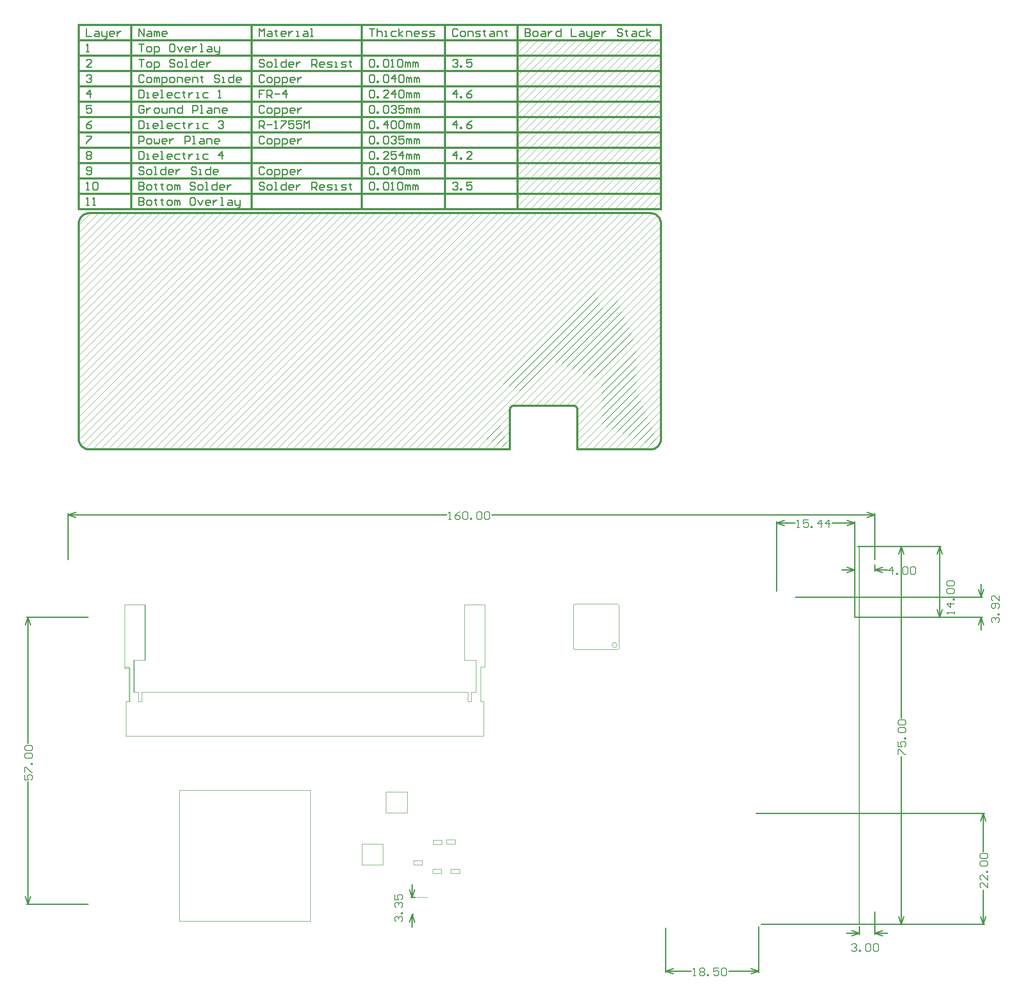
<source format=gm1>
G04 Layer_Color=16711935*
%FSAX25Y25*%
%MOIN*%
G70*
G01*
G75*
%ADD65C,0.01000*%
%ADD140C,0.00100*%
%ADD141C,0.00787*%
%ADD142C,0.00394*%
%ADD209C,0.01500*%
%ADD210C,0.00600*%
D65*
X0852102Y0126413D02*
X0855547D01*
X0853067Y0113224D02*
X0854102D01*
X0853102Y0103224D02*
Y0113224D01*
Y0126413D02*
Y0136413D01*
X0851102Y0107224D02*
X0853102Y0113224D01*
X0855102Y0107224D01*
X0853102Y0126413D02*
X0855102Y0132413D01*
X0851102D02*
X0853102Y0126413D01*
X0584500Y0390653D02*
Y0426545D01*
X1214421Y0390653D02*
Y0426545D01*
X0584500Y0425545D02*
X0880266D01*
X0915455D02*
X1214421D01*
X0584500D02*
X0590500Y0423545D01*
X0584500Y0425545D02*
X0590500Y0427545D01*
X1208421D02*
X1214421Y0425545D01*
X1208421Y0423545D02*
X1214421Y0425545D01*
X1051035Y0067750D02*
Y0102561D01*
X1123870Y0067750D02*
Y0103563D01*
X1051035Y0068750D02*
X1071257D01*
X1100449D02*
X1123870D01*
X1051035D02*
X1057035Y0066750D01*
X1051035Y0068750D02*
X1057035Y0070750D01*
X1117870D02*
X1123870Y0068750D01*
X1117870Y0066750D02*
X1123870Y0068750D01*
X1121917Y0192161D02*
X1300250D01*
X1125854Y0105547D02*
X1300250D01*
X1299250Y0162350D02*
Y0192161D01*
Y0105547D02*
Y0132159D01*
X1297250Y0186161D02*
X1299250Y0192161D01*
X1301250Y0186161D01*
X1299250Y0105547D02*
X1301250Y0111547D01*
X1297250D02*
X1299250Y0105547D01*
X1204595D02*
X1236248D01*
X1201117Y0400823D02*
X1236248D01*
X1235248Y0105547D02*
Y0236489D01*
Y0266681D02*
Y0400823D01*
Y0105547D02*
X1237248Y0111547D01*
X1233248D02*
X1235248Y0105547D01*
X1233248Y0394823D02*
X1235248Y0400823D01*
X1237248Y0394823D01*
X1201117Y0400823D02*
X1266250D01*
X1198673Y0345705D02*
X1266250D01*
X1265250Y0373264D02*
Y0400823D01*
Y0345705D02*
Y0373264D01*
X1263250Y0394823D02*
X1265250Y0400823D01*
X1267250Y0394823D01*
X1265250Y0345705D02*
X1267250Y0351705D01*
X1263250D02*
X1265250Y0345705D01*
X1214421Y0381500D02*
Y0386685D01*
X1198673Y0345705D02*
Y0383500D01*
X1188673Y0382500D02*
X1198673D01*
X1214421D02*
X1224421D01*
X1192673Y0384500D02*
X1198673Y0382500D01*
X1192673Y0380500D02*
X1198673Y0382500D01*
X1214421D02*
X1220421Y0380500D01*
X1214421Y0382500D02*
X1220421Y0384500D01*
X1214421Y0097559D02*
Y0115374D01*
X1202610Y0097559D02*
Y0103957D01*
X1192610Y0098559D02*
X1202610D01*
X1214421D02*
X1224421D01*
X1196610Y0100559D02*
X1202610Y0098559D01*
X1196610Y0096559D02*
X1202610Y0098559D01*
X1214421D02*
X1220421Y0096559D01*
X1214421Y0098559D02*
X1220421Y0100559D01*
X1137886Y0365890D02*
Y0420228D01*
X1198673Y0345705D02*
Y0420228D01*
X1137886Y0419228D02*
X1152084D01*
X1181275D02*
X1198673D01*
X1137886D02*
X1143886Y0417228D01*
X1137886Y0419228D02*
X1143886Y0421228D01*
X1192673D02*
X1198673Y0419228D01*
X1192673Y0417228D02*
X1198673Y0419228D01*
Y0345705D02*
X1298590D01*
X1152658Y0361118D02*
X1298590D01*
X1297591D02*
Y0371118D01*
Y0335705D02*
Y0345705D01*
Y0361118D02*
X1299590Y0367118D01*
X1295590D02*
X1297591Y0361118D01*
X1295590Y0339705D02*
X1297591Y0345705D01*
X1299590Y0339705D01*
X0552248Y0121295D02*
X0600248D01*
X0552248Y0345705D02*
X0600248D01*
X0553248Y0121295D02*
Y0216804D01*
Y0246996D02*
Y0345705D01*
Y0121295D02*
X0555248Y0127295D01*
X0551248D02*
X0553248Y0121295D01*
X0551248Y0339705D02*
X0553248Y0345705D01*
X0555248Y0339705D01*
X0941662Y0805543D02*
Y0799545D01*
X0944661D01*
X0945660Y0800545D01*
Y0801544D01*
X0944661Y0802544D01*
X0941662D01*
X0944661D01*
X0945660Y0803544D01*
Y0804543D01*
X0944661Y0805543D01*
X0941662D01*
X0948660Y0799545D02*
X0950659D01*
X0951659Y0800545D01*
Y0802544D01*
X0950659Y0803544D01*
X0948660D01*
X0947660Y0802544D01*
Y0800545D01*
X0948660Y0799545D01*
X0954658Y0803544D02*
X0956657D01*
X0957657Y0802544D01*
Y0799545D01*
X0954658D01*
X0953658Y0800545D01*
X0954658Y0801544D01*
X0957657D01*
X0959656Y0803544D02*
Y0799545D01*
Y0801544D01*
X0960656Y0802544D01*
X0961655Y0803544D01*
X0962655D01*
X0969653Y0805543D02*
Y0799545D01*
X0966654D01*
X0965654Y0800545D01*
Y0802544D01*
X0966654Y0803544D01*
X0969653D01*
X0977650Y0805543D02*
Y0799545D01*
X0981649D01*
X0984648Y0803544D02*
X0986647D01*
X0987647Y0802544D01*
Y0799545D01*
X0984648D01*
X0983648Y0800545D01*
X0984648Y0801544D01*
X0987647D01*
X0989646Y0803544D02*
Y0800545D01*
X0990646Y0799545D01*
X0993645D01*
Y0798545D01*
X0992645Y0797546D01*
X0991646D01*
X0993645Y0799545D02*
Y0803544D01*
X0998643Y0799545D02*
X0996644D01*
X0995644Y0800545D01*
Y0802544D01*
X0996644Y0803544D01*
X0998643D01*
X0999643Y0802544D01*
Y0801544D01*
X0995644D01*
X1001642Y0803544D02*
Y0799545D01*
Y0801544D01*
X1002642Y0802544D01*
X1003642Y0803544D01*
X1004641D01*
X1017637Y0804543D02*
X1016638Y0805543D01*
X1014638D01*
X1013638Y0804543D01*
Y0803544D01*
X1014638Y0802544D01*
X1016638D01*
X1017637Y0801544D01*
Y0800545D01*
X1016638Y0799545D01*
X1014638D01*
X1013638Y0800545D01*
X1020636Y0804543D02*
Y0803544D01*
X1019637D01*
X1021636D01*
X1020636D01*
Y0800545D01*
X1021636Y0799545D01*
X1025635Y0803544D02*
X1027634D01*
X1028634Y0802544D01*
Y0799545D01*
X1025635D01*
X1024635Y0800545D01*
X1025635Y0801544D01*
X1028634D01*
X1034632Y0803544D02*
X1031633D01*
X1030633Y0802544D01*
Y0800545D01*
X1031633Y0799545D01*
X1034632D01*
X1036631D02*
Y0805543D01*
Y0801544D02*
X1039630Y0803544D01*
X1036631Y0801544D02*
X1039630Y0799545D01*
X0884676Y0780543D02*
X0885675Y0781543D01*
X0887675D01*
X0888674Y0780543D01*
Y0779544D01*
X0887675Y0778544D01*
X0886675D01*
X0887675D01*
X0888674Y0777544D01*
Y0776545D01*
X0887675Y0775545D01*
X0885675D01*
X0884676Y0776545D01*
X0890674Y0775545D02*
Y0776545D01*
X0891673D01*
Y0775545D01*
X0890674D01*
X0899671Y0781543D02*
X0895672D01*
Y0778544D01*
X0897672Y0779544D01*
X0898671D01*
X0899671Y0778544D01*
Y0776545D01*
X0898671Y0775545D01*
X0896672D01*
X0895672Y0776545D01*
X0887675Y0751545D02*
Y0757543D01*
X0884676Y0754544D01*
X0888674D01*
X0890674Y0751545D02*
Y0752545D01*
X0891673D01*
Y0751545D01*
X0890674D01*
X0899671Y0757543D02*
X0897672Y0756543D01*
X0895672Y0754544D01*
Y0752545D01*
X0896672Y0751545D01*
X0898671D01*
X0899671Y0752545D01*
Y0753544D01*
X0898671Y0754544D01*
X0895672D01*
X0887675Y0727545D02*
Y0733543D01*
X0884676Y0730544D01*
X0888674D01*
X0890674Y0727545D02*
Y0728545D01*
X0891673D01*
Y0727545D01*
X0890674D01*
X0899671Y0733543D02*
X0897672Y0732543D01*
X0895672Y0730544D01*
Y0728545D01*
X0896672Y0727545D01*
X0898671D01*
X0899671Y0728545D01*
Y0729544D01*
X0898671Y0730544D01*
X0895672D01*
X0887675Y0703545D02*
Y0709543D01*
X0884676Y0706544D01*
X0888674D01*
X0890674Y0703545D02*
Y0704545D01*
X0891673D01*
Y0703545D01*
X0890674D01*
X0899671D02*
X0895672D01*
X0899671Y0707544D01*
Y0708543D01*
X0898671Y0709543D01*
X0896672D01*
X0895672Y0708543D01*
X0884676Y0684543D02*
X0885675Y0685543D01*
X0887675D01*
X0888674Y0684543D01*
Y0683544D01*
X0887675Y0682544D01*
X0886675D01*
X0887675D01*
X0888674Y0681544D01*
Y0680545D01*
X0887675Y0679545D01*
X0885675D01*
X0884676Y0680545D01*
X0890674Y0679545D02*
Y0680545D01*
X0891673D01*
Y0679545D01*
X0890674D01*
X0899671Y0685543D02*
X0895672D01*
Y0682544D01*
X0897672Y0683544D01*
X0898671D01*
X0899671Y0682544D01*
Y0680545D01*
X0898671Y0679545D01*
X0896672D01*
X0895672Y0680545D01*
X0888674Y0804543D02*
X0887675Y0805543D01*
X0885675D01*
X0884676Y0804543D01*
Y0800545D01*
X0885675Y0799545D01*
X0887675D01*
X0888674Y0800545D01*
X0891673Y0799545D02*
X0893673D01*
X0894672Y0800545D01*
Y0802544D01*
X0893673Y0803544D01*
X0891673D01*
X0890674Y0802544D01*
Y0800545D01*
X0891673Y0799545D01*
X0896672D02*
Y0803544D01*
X0899671D01*
X0900671Y0802544D01*
Y0799545D01*
X0902670D02*
X0905669D01*
X0906668Y0800545D01*
X0905669Y0801544D01*
X0903669D01*
X0902670Y0802544D01*
X0903669Y0803544D01*
X0906668D01*
X0909668Y0804543D02*
Y0803544D01*
X0908668D01*
X0910667D01*
X0909668D01*
Y0800545D01*
X0910667Y0799545D01*
X0914666Y0803544D02*
X0916665D01*
X0917665Y0802544D01*
Y0799545D01*
X0914666D01*
X0913666Y0800545D01*
X0914666Y0801544D01*
X0917665D01*
X0919664Y0799545D02*
Y0803544D01*
X0922663D01*
X0923663Y0802544D01*
Y0799545D01*
X0926662Y0804543D02*
Y0803544D01*
X0925662D01*
X0927662D01*
X0926662D01*
Y0800545D01*
X0927662Y0799545D01*
X0819692Y0780543D02*
X0820692Y0781543D01*
X0822691D01*
X0823691Y0780543D01*
Y0776545D01*
X0822691Y0775545D01*
X0820692D01*
X0819692Y0776545D01*
Y0780543D01*
X0825690Y0775545D02*
Y0776545D01*
X0826690D01*
Y0775545D01*
X0825690D01*
X0830689Y0780543D02*
X0831688Y0781543D01*
X0833688D01*
X0834687Y0780543D01*
Y0776545D01*
X0833688Y0775545D01*
X0831688D01*
X0830689Y0776545D01*
Y0780543D01*
X0836687Y0775545D02*
X0838686D01*
X0837686D01*
Y0781543D01*
X0836687Y0780543D01*
X0841685D02*
X0842685Y0781543D01*
X0844684D01*
X0845684Y0780543D01*
Y0776545D01*
X0844684Y0775545D01*
X0842685D01*
X0841685Y0776545D01*
Y0780543D01*
X0847683Y0775545D02*
Y0779544D01*
X0848683D01*
X0849682Y0778544D01*
Y0775545D01*
Y0778544D01*
X0850682Y0779544D01*
X0851682Y0778544D01*
Y0775545D01*
X0853681D02*
Y0779544D01*
X0854681D01*
X0855680Y0778544D01*
Y0775545D01*
Y0778544D01*
X0856680Y0779544D01*
X0857680Y0778544D01*
Y0775545D01*
X0819692Y0768543D02*
X0820692Y0769543D01*
X0822691D01*
X0823691Y0768543D01*
Y0764545D01*
X0822691Y0763545D01*
X0820692D01*
X0819692Y0764545D01*
Y0768543D01*
X0825690Y0763545D02*
Y0764545D01*
X0826690D01*
Y0763545D01*
X0825690D01*
X0830689Y0768543D02*
X0831688Y0769543D01*
X0833688D01*
X0834687Y0768543D01*
Y0764545D01*
X0833688Y0763545D01*
X0831688D01*
X0830689Y0764545D01*
Y0768543D01*
X0839686Y0763545D02*
Y0769543D01*
X0836687Y0766544D01*
X0840685D01*
X0842685Y0768543D02*
X0843684Y0769543D01*
X0845684D01*
X0846683Y0768543D01*
Y0764545D01*
X0845684Y0763545D01*
X0843684D01*
X0842685Y0764545D01*
Y0768543D01*
X0848683Y0763545D02*
Y0767544D01*
X0849683D01*
X0850682Y0766544D01*
Y0763545D01*
Y0766544D01*
X0851682Y0767544D01*
X0852682Y0766544D01*
Y0763545D01*
X0854681D02*
Y0767544D01*
X0855680D01*
X0856680Y0766544D01*
Y0763545D01*
Y0766544D01*
X0857680Y0767544D01*
X0858679Y0766544D01*
Y0763545D01*
X0819692Y0756543D02*
X0820692Y0757543D01*
X0822691D01*
X0823691Y0756543D01*
Y0752545D01*
X0822691Y0751545D01*
X0820692D01*
X0819692Y0752545D01*
Y0756543D01*
X0825690Y0751545D02*
Y0752545D01*
X0826690D01*
Y0751545D01*
X0825690D01*
X0834687D02*
X0830689D01*
X0834687Y0755544D01*
Y0756543D01*
X0833688Y0757543D01*
X0831688D01*
X0830689Y0756543D01*
X0839686Y0751545D02*
Y0757543D01*
X0836687Y0754544D01*
X0840685D01*
X0842685Y0756543D02*
X0843684Y0757543D01*
X0845684D01*
X0846683Y0756543D01*
Y0752545D01*
X0845684Y0751545D01*
X0843684D01*
X0842685Y0752545D01*
Y0756543D01*
X0848683Y0751545D02*
Y0755544D01*
X0849683D01*
X0850682Y0754544D01*
Y0751545D01*
Y0754544D01*
X0851682Y0755544D01*
X0852682Y0754544D01*
Y0751545D01*
X0854681D02*
Y0755544D01*
X0855680D01*
X0856680Y0754544D01*
Y0751545D01*
Y0754544D01*
X0857680Y0755544D01*
X0858679Y0754544D01*
Y0751545D01*
X0819692Y0744543D02*
X0820692Y0745543D01*
X0822691D01*
X0823691Y0744543D01*
Y0740545D01*
X0822691Y0739545D01*
X0820692D01*
X0819692Y0740545D01*
Y0744543D01*
X0825690Y0739545D02*
Y0740545D01*
X0826690D01*
Y0739545D01*
X0825690D01*
X0830689Y0744543D02*
X0831688Y0745543D01*
X0833688D01*
X0834687Y0744543D01*
Y0740545D01*
X0833688Y0739545D01*
X0831688D01*
X0830689Y0740545D01*
Y0744543D01*
X0836687D02*
X0837686Y0745543D01*
X0839686D01*
X0840685Y0744543D01*
Y0743544D01*
X0839686Y0742544D01*
X0838686D01*
X0839686D01*
X0840685Y0741544D01*
Y0740545D01*
X0839686Y0739545D01*
X0837686D01*
X0836687Y0740545D01*
X0846683Y0745543D02*
X0842685D01*
Y0742544D01*
X0844684Y0743544D01*
X0845684D01*
X0846683Y0742544D01*
Y0740545D01*
X0845684Y0739545D01*
X0843684D01*
X0842685Y0740545D01*
X0848683Y0739545D02*
Y0743544D01*
X0849683D01*
X0850682Y0742544D01*
Y0739545D01*
Y0742544D01*
X0851682Y0743544D01*
X0852682Y0742544D01*
Y0739545D01*
X0854681D02*
Y0743544D01*
X0855680D01*
X0856680Y0742544D01*
Y0739545D01*
Y0742544D01*
X0857680Y0743544D01*
X0858679Y0742544D01*
Y0739545D01*
X0819692Y0732543D02*
X0820692Y0733543D01*
X0822691D01*
X0823691Y0732543D01*
Y0728545D01*
X0822691Y0727545D01*
X0820692D01*
X0819692Y0728545D01*
Y0732543D01*
X0825690Y0727545D02*
Y0728545D01*
X0826690D01*
Y0727545D01*
X0825690D01*
X0833688D02*
Y0733543D01*
X0830689Y0730544D01*
X0834687D01*
X0836687Y0732543D02*
X0837686Y0733543D01*
X0839686D01*
X0840685Y0732543D01*
Y0728545D01*
X0839686Y0727545D01*
X0837686D01*
X0836687Y0728545D01*
Y0732543D01*
X0842685D02*
X0843684Y0733543D01*
X0845684D01*
X0846683Y0732543D01*
Y0728545D01*
X0845684Y0727545D01*
X0843684D01*
X0842685Y0728545D01*
Y0732543D01*
X0848683Y0727545D02*
Y0731544D01*
X0849683D01*
X0850682Y0730544D01*
Y0727545D01*
Y0730544D01*
X0851682Y0731544D01*
X0852682Y0730544D01*
Y0727545D01*
X0854681D02*
Y0731544D01*
X0855680D01*
X0856680Y0730544D01*
Y0727545D01*
Y0730544D01*
X0857680Y0731544D01*
X0858679Y0730544D01*
Y0727545D01*
X0819692Y0720543D02*
X0820692Y0721543D01*
X0822691D01*
X0823691Y0720543D01*
Y0716545D01*
X0822691Y0715545D01*
X0820692D01*
X0819692Y0716545D01*
Y0720543D01*
X0825690Y0715545D02*
Y0716545D01*
X0826690D01*
Y0715545D01*
X0825690D01*
X0830689Y0720543D02*
X0831688Y0721543D01*
X0833688D01*
X0834687Y0720543D01*
Y0716545D01*
X0833688Y0715545D01*
X0831688D01*
X0830689Y0716545D01*
Y0720543D01*
X0836687D02*
X0837686Y0721543D01*
X0839686D01*
X0840685Y0720543D01*
Y0719544D01*
X0839686Y0718544D01*
X0838686D01*
X0839686D01*
X0840685Y0717544D01*
Y0716545D01*
X0839686Y0715545D01*
X0837686D01*
X0836687Y0716545D01*
X0846683Y0721543D02*
X0842685D01*
Y0718544D01*
X0844684Y0719544D01*
X0845684D01*
X0846683Y0718544D01*
Y0716545D01*
X0845684Y0715545D01*
X0843684D01*
X0842685Y0716545D01*
X0848683Y0715545D02*
Y0719544D01*
X0849683D01*
X0850682Y0718544D01*
Y0715545D01*
Y0718544D01*
X0851682Y0719544D01*
X0852682Y0718544D01*
Y0715545D01*
X0854681D02*
Y0719544D01*
X0855680D01*
X0856680Y0718544D01*
Y0715545D01*
Y0718544D01*
X0857680Y0719544D01*
X0858679Y0718544D01*
Y0715545D01*
X0819692Y0708543D02*
X0820692Y0709543D01*
X0822691D01*
X0823691Y0708543D01*
Y0704545D01*
X0822691Y0703545D01*
X0820692D01*
X0819692Y0704545D01*
Y0708543D01*
X0825690Y0703545D02*
Y0704545D01*
X0826690D01*
Y0703545D01*
X0825690D01*
X0834687D02*
X0830689D01*
X0834687Y0707544D01*
Y0708543D01*
X0833688Y0709543D01*
X0831688D01*
X0830689Y0708543D01*
X0840685Y0709543D02*
X0836687D01*
Y0706544D01*
X0838686Y0707544D01*
X0839686D01*
X0840685Y0706544D01*
Y0704545D01*
X0839686Y0703545D01*
X0837686D01*
X0836687Y0704545D01*
X0845684Y0703545D02*
Y0709543D01*
X0842685Y0706544D01*
X0846683D01*
X0848683Y0703545D02*
Y0707544D01*
X0849683D01*
X0850682Y0706544D01*
Y0703545D01*
Y0706544D01*
X0851682Y0707544D01*
X0852682Y0706544D01*
Y0703545D01*
X0854681D02*
Y0707544D01*
X0855680D01*
X0856680Y0706544D01*
Y0703545D01*
Y0706544D01*
X0857680Y0707544D01*
X0858679Y0706544D01*
Y0703545D01*
X0819692Y0696543D02*
X0820692Y0697543D01*
X0822691D01*
X0823691Y0696543D01*
Y0692545D01*
X0822691Y0691545D01*
X0820692D01*
X0819692Y0692545D01*
Y0696543D01*
X0825690Y0691545D02*
Y0692545D01*
X0826690D01*
Y0691545D01*
X0825690D01*
X0830689Y0696543D02*
X0831688Y0697543D01*
X0833688D01*
X0834687Y0696543D01*
Y0692545D01*
X0833688Y0691545D01*
X0831688D01*
X0830689Y0692545D01*
Y0696543D01*
X0839686Y0691545D02*
Y0697543D01*
X0836687Y0694544D01*
X0840685D01*
X0842685Y0696543D02*
X0843684Y0697543D01*
X0845684D01*
X0846683Y0696543D01*
Y0692545D01*
X0845684Y0691545D01*
X0843684D01*
X0842685Y0692545D01*
Y0696543D01*
X0848683Y0691545D02*
Y0695544D01*
X0849683D01*
X0850682Y0694544D01*
Y0691545D01*
Y0694544D01*
X0851682Y0695544D01*
X0852682Y0694544D01*
Y0691545D01*
X0854681D02*
Y0695544D01*
X0855680D01*
X0856680Y0694544D01*
Y0691545D01*
Y0694544D01*
X0857680Y0695544D01*
X0858679Y0694544D01*
Y0691545D01*
X0819692Y0684543D02*
X0820692Y0685543D01*
X0822691D01*
X0823691Y0684543D01*
Y0680545D01*
X0822691Y0679545D01*
X0820692D01*
X0819692Y0680545D01*
Y0684543D01*
X0825690Y0679545D02*
Y0680545D01*
X0826690D01*
Y0679545D01*
X0825690D01*
X0830689Y0684543D02*
X0831688Y0685543D01*
X0833688D01*
X0834687Y0684543D01*
Y0680545D01*
X0833688Y0679545D01*
X0831688D01*
X0830689Y0680545D01*
Y0684543D01*
X0836687Y0679545D02*
X0838686D01*
X0837686D01*
Y0685543D01*
X0836687Y0684543D01*
X0841685D02*
X0842685Y0685543D01*
X0844684D01*
X0845684Y0684543D01*
Y0680545D01*
X0844684Y0679545D01*
X0842685D01*
X0841685Y0680545D01*
Y0684543D01*
X0847683Y0679545D02*
Y0683544D01*
X0848683D01*
X0849682Y0682544D01*
Y0679545D01*
Y0682544D01*
X0850682Y0683544D01*
X0851682Y0682544D01*
Y0679545D01*
X0853681D02*
Y0683544D01*
X0854681D01*
X0855680Y0682544D01*
Y0679545D01*
Y0682544D01*
X0856680Y0683544D01*
X0857680Y0682544D01*
Y0679545D01*
X0819692Y0805543D02*
X0823691D01*
X0821692D01*
Y0799545D01*
X0825690Y0805543D02*
Y0799545D01*
Y0802544D01*
X0826690Y0803544D01*
X0828689D01*
X0829689Y0802544D01*
Y0799545D01*
X0831688D02*
X0833688D01*
X0832688D01*
Y0803544D01*
X0831688D01*
X0840685D02*
X0837686D01*
X0836687Y0802544D01*
Y0800545D01*
X0837686Y0799545D01*
X0840685D01*
X0842685D02*
Y0805543D01*
Y0801544D02*
X0845684Y0803544D01*
X0842685Y0801544D02*
X0845684Y0799545D01*
X0848683D02*
Y0803544D01*
X0851682D01*
X0852682Y0802544D01*
Y0799545D01*
X0857680D02*
X0855680D01*
X0854681Y0800545D01*
Y0802544D01*
X0855680Y0803544D01*
X0857680D01*
X0858679Y0802544D01*
Y0801544D01*
X0854681D01*
X0860679Y0799545D02*
X0863678D01*
X0864678Y0800545D01*
X0863678Y0801544D01*
X0861679D01*
X0860679Y0802544D01*
X0861679Y0803544D01*
X0864678D01*
X0866677Y0799545D02*
X0869676D01*
X0870676Y0800545D01*
X0869676Y0801544D01*
X0867677D01*
X0866677Y0802544D01*
X0867677Y0803544D01*
X0870676D01*
X0737714Y0780543D02*
X0736715Y0781543D01*
X0734715D01*
X0733715Y0780543D01*
Y0779544D01*
X0734715Y0778544D01*
X0736715D01*
X0737714Y0777544D01*
Y0776545D01*
X0736715Y0775545D01*
X0734715D01*
X0733715Y0776545D01*
X0740713Y0775545D02*
X0742712D01*
X0743712Y0776545D01*
Y0778544D01*
X0742712Y0779544D01*
X0740713D01*
X0739713Y0778544D01*
Y0776545D01*
X0740713Y0775545D01*
X0745712D02*
X0747711D01*
X0746711D01*
Y0781543D01*
X0745712D01*
X0754709D02*
Y0775545D01*
X0751710D01*
X0750710Y0776545D01*
Y0778544D01*
X0751710Y0779544D01*
X0754709D01*
X0759707Y0775545D02*
X0757708D01*
X0756708Y0776545D01*
Y0778544D01*
X0757708Y0779544D01*
X0759707D01*
X0760707Y0778544D01*
Y0777544D01*
X0756708D01*
X0762706Y0779544D02*
Y0775545D01*
Y0777544D01*
X0763706Y0778544D01*
X0764705Y0779544D01*
X0765705D01*
X0774702Y0775545D02*
Y0781543D01*
X0777701D01*
X0778701Y0780543D01*
Y0778544D01*
X0777701Y0777544D01*
X0774702D01*
X0776701D02*
X0778701Y0775545D01*
X0783699D02*
X0781700D01*
X0780700Y0776545D01*
Y0778544D01*
X0781700Y0779544D01*
X0783699D01*
X0784699Y0778544D01*
Y0777544D01*
X0780700D01*
X0786698Y0775545D02*
X0789697D01*
X0790697Y0776545D01*
X0789697Y0777544D01*
X0787698D01*
X0786698Y0778544D01*
X0787698Y0779544D01*
X0790697D01*
X0792696Y0775545D02*
X0794696D01*
X0793696D01*
Y0779544D01*
X0792696D01*
X0797695Y0775545D02*
X0800694D01*
X0801694Y0776545D01*
X0800694Y0777544D01*
X0798694D01*
X0797695Y0778544D01*
X0798694Y0779544D01*
X0801694D01*
X0804692Y0780543D02*
Y0779544D01*
X0803693D01*
X0805692D01*
X0804692D01*
Y0776545D01*
X0805692Y0775545D01*
X0737714Y0768543D02*
X0736715Y0769543D01*
X0734715D01*
X0733715Y0768543D01*
Y0764545D01*
X0734715Y0763545D01*
X0736715D01*
X0737714Y0764545D01*
X0740713Y0763545D02*
X0742712D01*
X0743712Y0764545D01*
Y0766544D01*
X0742712Y0767544D01*
X0740713D01*
X0739713Y0766544D01*
Y0764545D01*
X0740713Y0763545D01*
X0745712Y0761546D02*
Y0767544D01*
X0748711D01*
X0749710Y0766544D01*
Y0764545D01*
X0748711Y0763545D01*
X0745712D01*
X0751710Y0761546D02*
Y0767544D01*
X0754709D01*
X0755708Y0766544D01*
Y0764545D01*
X0754709Y0763545D01*
X0751710D01*
X0760707D02*
X0758707D01*
X0757708Y0764545D01*
Y0766544D01*
X0758707Y0767544D01*
X0760707D01*
X0761706Y0766544D01*
Y0765544D01*
X0757708D01*
X0763706Y0767544D02*
Y0763545D01*
Y0765544D01*
X0764705Y0766544D01*
X0765705Y0767544D01*
X0766705D01*
X0737714Y0757543D02*
X0733715D01*
Y0754544D01*
X0735715D01*
X0733715D01*
Y0751545D01*
X0739713D02*
Y0757543D01*
X0742712D01*
X0743712Y0756543D01*
Y0754544D01*
X0742712Y0753544D01*
X0739713D01*
X0741713D02*
X0743712Y0751545D01*
X0745712Y0754544D02*
X0749710D01*
X0754709Y0751545D02*
Y0757543D01*
X0751710Y0754544D01*
X0755708D01*
X0737714Y0744543D02*
X0736715Y0745543D01*
X0734715D01*
X0733715Y0744543D01*
Y0740545D01*
X0734715Y0739545D01*
X0736715D01*
X0737714Y0740545D01*
X0740713Y0739545D02*
X0742712D01*
X0743712Y0740545D01*
Y0742544D01*
X0742712Y0743544D01*
X0740713D01*
X0739713Y0742544D01*
Y0740545D01*
X0740713Y0739545D01*
X0745712Y0737546D02*
Y0743544D01*
X0748711D01*
X0749710Y0742544D01*
Y0740545D01*
X0748711Y0739545D01*
X0745712D01*
X0751710Y0737546D02*
Y0743544D01*
X0754709D01*
X0755708Y0742544D01*
Y0740545D01*
X0754709Y0739545D01*
X0751710D01*
X0760707D02*
X0758707D01*
X0757708Y0740545D01*
Y0742544D01*
X0758707Y0743544D01*
X0760707D01*
X0761706Y0742544D01*
Y0741544D01*
X0757708D01*
X0763706Y0743544D02*
Y0739545D01*
Y0741544D01*
X0764705Y0742544D01*
X0765705Y0743544D01*
X0766705D01*
X0733715Y0727545D02*
Y0733543D01*
X0736715D01*
X0737714Y0732543D01*
Y0730544D01*
X0736715Y0729544D01*
X0733715D01*
X0735715D02*
X0737714Y0727545D01*
X0739713Y0730544D02*
X0743712D01*
X0745712Y0727545D02*
X0747711D01*
X0746711D01*
Y0733543D01*
X0745712Y0732543D01*
X0750710Y0733543D02*
X0754709D01*
Y0732543D01*
X0750710Y0728545D01*
Y0727545D01*
X0760707Y0733543D02*
X0756708D01*
Y0730544D01*
X0758707Y0731544D01*
X0759707D01*
X0760707Y0730544D01*
Y0728545D01*
X0759707Y0727545D01*
X0757708D01*
X0756708Y0728545D01*
X0766705Y0733543D02*
X0762706D01*
Y0730544D01*
X0764705Y0731544D01*
X0765705D01*
X0766705Y0730544D01*
Y0728545D01*
X0765705Y0727545D01*
X0763706D01*
X0762706Y0728545D01*
X0768704Y0727545D02*
Y0733543D01*
X0770704Y0731544D01*
X0772703Y0733543D01*
Y0727545D01*
X0737714Y0720543D02*
X0736715Y0721543D01*
X0734715D01*
X0733715Y0720543D01*
Y0716545D01*
X0734715Y0715545D01*
X0736715D01*
X0737714Y0716545D01*
X0740713Y0715545D02*
X0742712D01*
X0743712Y0716545D01*
Y0718544D01*
X0742712Y0719544D01*
X0740713D01*
X0739713Y0718544D01*
Y0716545D01*
X0740713Y0715545D01*
X0745712Y0713546D02*
Y0719544D01*
X0748711D01*
X0749710Y0718544D01*
Y0716545D01*
X0748711Y0715545D01*
X0745712D01*
X0751710Y0713546D02*
Y0719544D01*
X0754709D01*
X0755708Y0718544D01*
Y0716545D01*
X0754709Y0715545D01*
X0751710D01*
X0760707D02*
X0758707D01*
X0757708Y0716545D01*
Y0718544D01*
X0758707Y0719544D01*
X0760707D01*
X0761706Y0718544D01*
Y0717544D01*
X0757708D01*
X0763706Y0719544D02*
Y0715545D01*
Y0717544D01*
X0764705Y0718544D01*
X0765705Y0719544D01*
X0766705D01*
X0737714Y0696543D02*
X0736715Y0697543D01*
X0734715D01*
X0733715Y0696543D01*
Y0692545D01*
X0734715Y0691545D01*
X0736715D01*
X0737714Y0692545D01*
X0740713Y0691545D02*
X0742712D01*
X0743712Y0692545D01*
Y0694544D01*
X0742712Y0695544D01*
X0740713D01*
X0739713Y0694544D01*
Y0692545D01*
X0740713Y0691545D01*
X0745712Y0689546D02*
Y0695544D01*
X0748711D01*
X0749710Y0694544D01*
Y0692545D01*
X0748711Y0691545D01*
X0745712D01*
X0751710Y0689546D02*
Y0695544D01*
X0754709D01*
X0755708Y0694544D01*
Y0692545D01*
X0754709Y0691545D01*
X0751710D01*
X0760707D02*
X0758707D01*
X0757708Y0692545D01*
Y0694544D01*
X0758707Y0695544D01*
X0760707D01*
X0761706Y0694544D01*
Y0693544D01*
X0757708D01*
X0763706Y0695544D02*
Y0691545D01*
Y0693544D01*
X0764705Y0694544D01*
X0765705Y0695544D01*
X0766705D01*
X0737714Y0684543D02*
X0736715Y0685543D01*
X0734715D01*
X0733715Y0684543D01*
Y0683544D01*
X0734715Y0682544D01*
X0736715D01*
X0737714Y0681544D01*
Y0680545D01*
X0736715Y0679545D01*
X0734715D01*
X0733715Y0680545D01*
X0740713Y0679545D02*
X0742712D01*
X0743712Y0680545D01*
Y0682544D01*
X0742712Y0683544D01*
X0740713D01*
X0739713Y0682544D01*
Y0680545D01*
X0740713Y0679545D01*
X0745712D02*
X0747711D01*
X0746711D01*
Y0685543D01*
X0745712D01*
X0754709D02*
Y0679545D01*
X0751710D01*
X0750710Y0680545D01*
Y0682544D01*
X0751710Y0683544D01*
X0754709D01*
X0759707Y0679545D02*
X0757708D01*
X0756708Y0680545D01*
Y0682544D01*
X0757708Y0683544D01*
X0759707D01*
X0760707Y0682544D01*
Y0681544D01*
X0756708D01*
X0762706Y0683544D02*
Y0679545D01*
Y0681544D01*
X0763706Y0682544D01*
X0764705Y0683544D01*
X0765705D01*
X0774702Y0679545D02*
Y0685543D01*
X0777701D01*
X0778701Y0684543D01*
Y0682544D01*
X0777701Y0681544D01*
X0774702D01*
X0776701D02*
X0778701Y0679545D01*
X0783699D02*
X0781700D01*
X0780700Y0680545D01*
Y0682544D01*
X0781700Y0683544D01*
X0783699D01*
X0784699Y0682544D01*
Y0681544D01*
X0780700D01*
X0786698Y0679545D02*
X0789697D01*
X0790697Y0680545D01*
X0789697Y0681544D01*
X0787698D01*
X0786698Y0682544D01*
X0787698Y0683544D01*
X0790697D01*
X0792696Y0679545D02*
X0794696D01*
X0793696D01*
Y0683544D01*
X0792696D01*
X0797695Y0679545D02*
X0800694D01*
X0801694Y0680545D01*
X0800694Y0681544D01*
X0798694D01*
X0797695Y0682544D01*
X0798694Y0683544D01*
X0801694D01*
X0804692Y0684543D02*
Y0683544D01*
X0803693D01*
X0805692D01*
X0804692D01*
Y0680545D01*
X0805692Y0679545D01*
X0733715Y0799545D02*
Y0805543D01*
X0735715Y0803544D01*
X0737714Y0805543D01*
Y0799545D01*
X0740713Y0803544D02*
X0742712D01*
X0743712Y0802544D01*
Y0799545D01*
X0740713D01*
X0739713Y0800545D01*
X0740713Y0801544D01*
X0743712D01*
X0746711Y0804543D02*
Y0803544D01*
X0745712D01*
X0747711D01*
X0746711D01*
Y0800545D01*
X0747711Y0799545D01*
X0753709D02*
X0751710D01*
X0750710Y0800545D01*
Y0802544D01*
X0751710Y0803544D01*
X0753709D01*
X0754709Y0802544D01*
Y0801544D01*
X0750710D01*
X0756708Y0803544D02*
Y0799545D01*
Y0801544D01*
X0757708Y0802544D01*
X0758707Y0803544D01*
X0759707D01*
X0762706Y0799545D02*
X0764705D01*
X0763706D01*
Y0803544D01*
X0762706D01*
X0768704D02*
X0770704D01*
X0771703Y0802544D01*
Y0799545D01*
X0768704D01*
X0767704Y0800545D01*
X0768704Y0801544D01*
X0771703D01*
X0773702Y0799545D02*
X0775702D01*
X0774702D01*
Y0805543D01*
X0773702D01*
X0639741Y0793543D02*
X0643740D01*
X0641741D01*
Y0787545D01*
X0646739D02*
X0648738D01*
X0649738Y0788545D01*
Y0790544D01*
X0648738Y0791544D01*
X0646739D01*
X0645739Y0790544D01*
Y0788545D01*
X0646739Y0787545D01*
X0651737Y0785546D02*
Y0791544D01*
X0654737D01*
X0655736Y0790544D01*
Y0788545D01*
X0654737Y0787545D01*
X0651737D01*
X0666733Y0793543D02*
X0664733D01*
X0663734Y0792543D01*
Y0788545D01*
X0664733Y0787545D01*
X0666733D01*
X0667732Y0788545D01*
Y0792543D01*
X0666733Y0793543D01*
X0669732Y0791544D02*
X0671731Y0787545D01*
X0673730Y0791544D01*
X0678729Y0787545D02*
X0676729D01*
X0675730Y0788545D01*
Y0790544D01*
X0676729Y0791544D01*
X0678729D01*
X0679728Y0790544D01*
Y0789544D01*
X0675730D01*
X0681728Y0791544D02*
Y0787545D01*
Y0789544D01*
X0682727Y0790544D01*
X0683727Y0791544D01*
X0684727D01*
X0687726Y0787545D02*
X0689725D01*
X0688726D01*
Y0793543D01*
X0687726D01*
X0693724Y0791544D02*
X0695723D01*
X0696723Y0790544D01*
Y0787545D01*
X0693724D01*
X0692724Y0788545D01*
X0693724Y0789544D01*
X0696723D01*
X0698722Y0791544D02*
Y0788545D01*
X0699722Y0787545D01*
X0702721D01*
Y0786545D01*
X0701721Y0785546D01*
X0700722D01*
X0702721Y0787545D02*
Y0791544D01*
X0639741Y0781543D02*
X0643740D01*
X0641741D01*
Y0775545D01*
X0646739D02*
X0648738D01*
X0649738Y0776545D01*
Y0778544D01*
X0648738Y0779544D01*
X0646739D01*
X0645739Y0778544D01*
Y0776545D01*
X0646739Y0775545D01*
X0651737Y0773546D02*
Y0779544D01*
X0654737D01*
X0655736Y0778544D01*
Y0776545D01*
X0654737Y0775545D01*
X0651737D01*
X0667732Y0780543D02*
X0666733Y0781543D01*
X0664733D01*
X0663734Y0780543D01*
Y0779544D01*
X0664733Y0778544D01*
X0666733D01*
X0667732Y0777544D01*
Y0776545D01*
X0666733Y0775545D01*
X0664733D01*
X0663734Y0776545D01*
X0670731Y0775545D02*
X0672731D01*
X0673730Y0776545D01*
Y0778544D01*
X0672731Y0779544D01*
X0670731D01*
X0669732Y0778544D01*
Y0776545D01*
X0670731Y0775545D01*
X0675730D02*
X0677729D01*
X0676729D01*
Y0781543D01*
X0675730D01*
X0684727D02*
Y0775545D01*
X0681728D01*
X0680728Y0776545D01*
Y0778544D01*
X0681728Y0779544D01*
X0684727D01*
X0689725Y0775545D02*
X0687726D01*
X0686726Y0776545D01*
Y0778544D01*
X0687726Y0779544D01*
X0689725D01*
X0690725Y0778544D01*
Y0777544D01*
X0686726D01*
X0692724Y0779544D02*
Y0775545D01*
Y0777544D01*
X0693724Y0778544D01*
X0694724Y0779544D01*
X0695723D01*
X0643740Y0768543D02*
X0642740Y0769543D01*
X0640741D01*
X0639741Y0768543D01*
Y0764545D01*
X0640741Y0763545D01*
X0642740D01*
X0643740Y0764545D01*
X0646739Y0763545D02*
X0648738D01*
X0649738Y0764545D01*
Y0766544D01*
X0648738Y0767544D01*
X0646739D01*
X0645739Y0766544D01*
Y0764545D01*
X0646739Y0763545D01*
X0651737D02*
Y0767544D01*
X0652737D01*
X0653737Y0766544D01*
Y0763545D01*
Y0766544D01*
X0654737Y0767544D01*
X0655736Y0766544D01*
Y0763545D01*
X0657735Y0761546D02*
Y0767544D01*
X0660735D01*
X0661734Y0766544D01*
Y0764545D01*
X0660735Y0763545D01*
X0657735D01*
X0664733D02*
X0666733D01*
X0667732Y0764545D01*
Y0766544D01*
X0666733Y0767544D01*
X0664733D01*
X0663734Y0766544D01*
Y0764545D01*
X0664733Y0763545D01*
X0669732D02*
Y0767544D01*
X0672731D01*
X0673730Y0766544D01*
Y0763545D01*
X0678729D02*
X0676729D01*
X0675730Y0764545D01*
Y0766544D01*
X0676729Y0767544D01*
X0678729D01*
X0679728Y0766544D01*
Y0765544D01*
X0675730D01*
X0681728Y0763545D02*
Y0767544D01*
X0684727D01*
X0685726Y0766544D01*
Y0763545D01*
X0688726Y0768543D02*
Y0767544D01*
X0687726D01*
X0689725D01*
X0688726D01*
Y0764545D01*
X0689725Y0763545D01*
X0702721Y0768543D02*
X0701721Y0769543D01*
X0699722D01*
X0698722Y0768543D01*
Y0767544D01*
X0699722Y0766544D01*
X0701721D01*
X0702721Y0765544D01*
Y0764545D01*
X0701721Y0763545D01*
X0699722D01*
X0698722Y0764545D01*
X0704720Y0763545D02*
X0706720D01*
X0705720D01*
Y0767544D01*
X0704720D01*
X0713717Y0769543D02*
Y0763545D01*
X0710718D01*
X0709719Y0764545D01*
Y0766544D01*
X0710718Y0767544D01*
X0713717D01*
X0718716Y0763545D02*
X0716716D01*
X0715717Y0764545D01*
Y0766544D01*
X0716716Y0767544D01*
X0718716D01*
X0719715Y0766544D01*
Y0765544D01*
X0715717D01*
X0639741Y0757543D02*
Y0751545D01*
X0642740D01*
X0643740Y0752545D01*
Y0756543D01*
X0642740Y0757543D01*
X0639741D01*
X0645739Y0751545D02*
X0647739D01*
X0646739D01*
Y0755544D01*
X0645739D01*
X0653737Y0751545D02*
X0651737D01*
X0650738Y0752545D01*
Y0754544D01*
X0651737Y0755544D01*
X0653737D01*
X0654737Y0754544D01*
Y0753544D01*
X0650738D01*
X0656736Y0751545D02*
X0658735D01*
X0657735D01*
Y0757543D01*
X0656736D01*
X0664733Y0751545D02*
X0662734D01*
X0661734Y0752545D01*
Y0754544D01*
X0662734Y0755544D01*
X0664733D01*
X0665733Y0754544D01*
Y0753544D01*
X0661734D01*
X0671731Y0755544D02*
X0668732D01*
X0667732Y0754544D01*
Y0752545D01*
X0668732Y0751545D01*
X0671731D01*
X0674730Y0756543D02*
Y0755544D01*
X0673730D01*
X0675730D01*
X0674730D01*
Y0752545D01*
X0675730Y0751545D01*
X0678729Y0755544D02*
Y0751545D01*
Y0753544D01*
X0679728Y0754544D01*
X0680728Y0755544D01*
X0681728D01*
X0684727Y0751545D02*
X0686726D01*
X0685726D01*
Y0755544D01*
X0684727D01*
X0693724D02*
X0690725D01*
X0689725Y0754544D01*
Y0752545D01*
X0690725Y0751545D01*
X0693724D01*
X0701721D02*
X0703721D01*
X0702721D01*
Y0757543D01*
X0701721Y0756543D01*
X0643740Y0744543D02*
X0642740Y0745543D01*
X0640741D01*
X0639741Y0744543D01*
Y0740545D01*
X0640741Y0739545D01*
X0642740D01*
X0643740Y0740545D01*
Y0742544D01*
X0641741D01*
X0645739Y0743544D02*
Y0739545D01*
Y0741544D01*
X0646739Y0742544D01*
X0647739Y0743544D01*
X0648738D01*
X0652737Y0739545D02*
X0654737D01*
X0655736Y0740545D01*
Y0742544D01*
X0654737Y0743544D01*
X0652737D01*
X0651737Y0742544D01*
Y0740545D01*
X0652737Y0739545D01*
X0657735Y0743544D02*
Y0740545D01*
X0658735Y0739545D01*
X0661734D01*
Y0743544D01*
X0663734Y0739545D02*
Y0743544D01*
X0666733D01*
X0667732Y0742544D01*
Y0739545D01*
X0673730Y0745543D02*
Y0739545D01*
X0670731D01*
X0669732Y0740545D01*
Y0742544D01*
X0670731Y0743544D01*
X0673730D01*
X0681728Y0739545D02*
Y0745543D01*
X0684727D01*
X0685726Y0744543D01*
Y0742544D01*
X0684727Y0741544D01*
X0681728D01*
X0687726Y0739545D02*
X0689725D01*
X0688726D01*
Y0745543D01*
X0687726D01*
X0693724Y0743544D02*
X0695723D01*
X0696723Y0742544D01*
Y0739545D01*
X0693724D01*
X0692724Y0740545D01*
X0693724Y0741544D01*
X0696723D01*
X0698722Y0739545D02*
Y0743544D01*
X0701721D01*
X0702721Y0742544D01*
Y0739545D01*
X0707719D02*
X0705720D01*
X0704720Y0740545D01*
Y0742544D01*
X0705720Y0743544D01*
X0707719D01*
X0708719Y0742544D01*
Y0741544D01*
X0704720D01*
X0639741Y0733543D02*
Y0727545D01*
X0642740D01*
X0643740Y0728545D01*
Y0732543D01*
X0642740Y0733543D01*
X0639741D01*
X0645739Y0727545D02*
X0647739D01*
X0646739D01*
Y0731544D01*
X0645739D01*
X0653737Y0727545D02*
X0651737D01*
X0650738Y0728545D01*
Y0730544D01*
X0651737Y0731544D01*
X0653737D01*
X0654737Y0730544D01*
Y0729544D01*
X0650738D01*
X0656736Y0727545D02*
X0658735D01*
X0657735D01*
Y0733543D01*
X0656736D01*
X0664733Y0727545D02*
X0662734D01*
X0661734Y0728545D01*
Y0730544D01*
X0662734Y0731544D01*
X0664733D01*
X0665733Y0730544D01*
Y0729544D01*
X0661734D01*
X0671731Y0731544D02*
X0668732D01*
X0667732Y0730544D01*
Y0728545D01*
X0668732Y0727545D01*
X0671731D01*
X0674730Y0732543D02*
Y0731544D01*
X0673730D01*
X0675730D01*
X0674730D01*
Y0728545D01*
X0675730Y0727545D01*
X0678729Y0731544D02*
Y0727545D01*
Y0729544D01*
X0679728Y0730544D01*
X0680728Y0731544D01*
X0681728D01*
X0684727Y0727545D02*
X0686726D01*
X0685726D01*
Y0731544D01*
X0684727D01*
X0693724D02*
X0690725D01*
X0689725Y0730544D01*
Y0728545D01*
X0690725Y0727545D01*
X0693724D01*
X0701721Y0732543D02*
X0702721Y0733543D01*
X0704720D01*
X0705720Y0732543D01*
Y0731544D01*
X0704720Y0730544D01*
X0703721D01*
X0704720D01*
X0705720Y0729544D01*
Y0728545D01*
X0704720Y0727545D01*
X0702721D01*
X0701721Y0728545D01*
X0639741Y0715545D02*
Y0721543D01*
X0642740D01*
X0643740Y0720543D01*
Y0718544D01*
X0642740Y0717544D01*
X0639741D01*
X0646739Y0715545D02*
X0648738D01*
X0649738Y0716545D01*
Y0718544D01*
X0648738Y0719544D01*
X0646739D01*
X0645739Y0718544D01*
Y0716545D01*
X0646739Y0715545D01*
X0651737Y0719544D02*
Y0716545D01*
X0652737Y0715545D01*
X0653737Y0716545D01*
X0654737Y0715545D01*
X0655736Y0716545D01*
Y0719544D01*
X0660735Y0715545D02*
X0658735D01*
X0657735Y0716545D01*
Y0718544D01*
X0658735Y0719544D01*
X0660735D01*
X0661734Y0718544D01*
Y0717544D01*
X0657735D01*
X0663734Y0719544D02*
Y0715545D01*
Y0717544D01*
X0664733Y0718544D01*
X0665733Y0719544D01*
X0666733D01*
X0675730Y0715545D02*
Y0721543D01*
X0678729D01*
X0679728Y0720543D01*
Y0718544D01*
X0678729Y0717544D01*
X0675730D01*
X0681728Y0715545D02*
X0683727D01*
X0682727D01*
Y0721543D01*
X0681728D01*
X0687726Y0719544D02*
X0689725D01*
X0690725Y0718544D01*
Y0715545D01*
X0687726D01*
X0686726Y0716545D01*
X0687726Y0717544D01*
X0690725D01*
X0692724Y0715545D02*
Y0719544D01*
X0695723D01*
X0696723Y0718544D01*
Y0715545D01*
X0701721D02*
X0699722D01*
X0698722Y0716545D01*
Y0718544D01*
X0699722Y0719544D01*
X0701721D01*
X0702721Y0718544D01*
Y0717544D01*
X0698722D01*
X0639741Y0709543D02*
Y0703545D01*
X0642740D01*
X0643740Y0704545D01*
Y0708543D01*
X0642740Y0709543D01*
X0639741D01*
X0645739Y0703545D02*
X0647739D01*
X0646739D01*
Y0707544D01*
X0645739D01*
X0653737Y0703545D02*
X0651737D01*
X0650738Y0704545D01*
Y0706544D01*
X0651737Y0707544D01*
X0653737D01*
X0654737Y0706544D01*
Y0705544D01*
X0650738D01*
X0656736Y0703545D02*
X0658735D01*
X0657735D01*
Y0709543D01*
X0656736D01*
X0664733Y0703545D02*
X0662734D01*
X0661734Y0704545D01*
Y0706544D01*
X0662734Y0707544D01*
X0664733D01*
X0665733Y0706544D01*
Y0705544D01*
X0661734D01*
X0671731Y0707544D02*
X0668732D01*
X0667732Y0706544D01*
Y0704545D01*
X0668732Y0703545D01*
X0671731D01*
X0674730Y0708543D02*
Y0707544D01*
X0673730D01*
X0675730D01*
X0674730D01*
Y0704545D01*
X0675730Y0703545D01*
X0678729Y0707544D02*
Y0703545D01*
Y0705544D01*
X0679728Y0706544D01*
X0680728Y0707544D01*
X0681728D01*
X0684727Y0703545D02*
X0686726D01*
X0685726D01*
Y0707544D01*
X0684727D01*
X0693724D02*
X0690725D01*
X0689725Y0706544D01*
Y0704545D01*
X0690725Y0703545D01*
X0693724D01*
X0704720D02*
Y0709543D01*
X0701721Y0706544D01*
X0705720D01*
X0643740Y0696543D02*
X0642740Y0697543D01*
X0640741D01*
X0639741Y0696543D01*
Y0695544D01*
X0640741Y0694544D01*
X0642740D01*
X0643740Y0693544D01*
Y0692545D01*
X0642740Y0691545D01*
X0640741D01*
X0639741Y0692545D01*
X0646739Y0691545D02*
X0648738D01*
X0649738Y0692545D01*
Y0694544D01*
X0648738Y0695544D01*
X0646739D01*
X0645739Y0694544D01*
Y0692545D01*
X0646739Y0691545D01*
X0651737D02*
X0653737D01*
X0652737D01*
Y0697543D01*
X0651737D01*
X0660735D02*
Y0691545D01*
X0657735D01*
X0656736Y0692545D01*
Y0694544D01*
X0657735Y0695544D01*
X0660735D01*
X0665733Y0691545D02*
X0663734D01*
X0662734Y0692545D01*
Y0694544D01*
X0663734Y0695544D01*
X0665733D01*
X0666733Y0694544D01*
Y0693544D01*
X0662734D01*
X0668732Y0695544D02*
Y0691545D01*
Y0693544D01*
X0669732Y0694544D01*
X0670731Y0695544D01*
X0671731D01*
X0684727Y0696543D02*
X0683727Y0697543D01*
X0681728D01*
X0680728Y0696543D01*
Y0695544D01*
X0681728Y0694544D01*
X0683727D01*
X0684727Y0693544D01*
Y0692545D01*
X0683727Y0691545D01*
X0681728D01*
X0680728Y0692545D01*
X0686726Y0691545D02*
X0688726D01*
X0687726D01*
Y0695544D01*
X0686726D01*
X0695723Y0697543D02*
Y0691545D01*
X0692724D01*
X0691724Y0692545D01*
Y0694544D01*
X0692724Y0695544D01*
X0695723D01*
X0700722Y0691545D02*
X0698722D01*
X0697722Y0692545D01*
Y0694544D01*
X0698722Y0695544D01*
X0700722D01*
X0701721Y0694544D01*
Y0693544D01*
X0697722D01*
X0639741Y0685543D02*
Y0679545D01*
X0642740D01*
X0643740Y0680545D01*
Y0681544D01*
X0642740Y0682544D01*
X0639741D01*
X0642740D01*
X0643740Y0683544D01*
Y0684543D01*
X0642740Y0685543D01*
X0639741D01*
X0646739Y0679545D02*
X0648738D01*
X0649738Y0680545D01*
Y0682544D01*
X0648738Y0683544D01*
X0646739D01*
X0645739Y0682544D01*
Y0680545D01*
X0646739Y0679545D01*
X0652737Y0684543D02*
Y0683544D01*
X0651737D01*
X0653737D01*
X0652737D01*
Y0680545D01*
X0653737Y0679545D01*
X0657735Y0684543D02*
Y0683544D01*
X0656736D01*
X0658735D01*
X0657735D01*
Y0680545D01*
X0658735Y0679545D01*
X0662734D02*
X0664733D01*
X0665733Y0680545D01*
Y0682544D01*
X0664733Y0683544D01*
X0662734D01*
X0661734Y0682544D01*
Y0680545D01*
X0662734Y0679545D01*
X0667732D02*
Y0683544D01*
X0668732D01*
X0669732Y0682544D01*
Y0679545D01*
Y0682544D01*
X0670731Y0683544D01*
X0671731Y0682544D01*
Y0679545D01*
X0683727Y0684543D02*
X0682727Y0685543D01*
X0680728D01*
X0679728Y0684543D01*
Y0683544D01*
X0680728Y0682544D01*
X0682727D01*
X0683727Y0681544D01*
Y0680545D01*
X0682727Y0679545D01*
X0680728D01*
X0679728Y0680545D01*
X0686726Y0679545D02*
X0688726D01*
X0689725Y0680545D01*
Y0682544D01*
X0688726Y0683544D01*
X0686726D01*
X0685726Y0682544D01*
Y0680545D01*
X0686726Y0679545D01*
X0691724D02*
X0693724D01*
X0692724D01*
Y0685543D01*
X0691724D01*
X0700722D02*
Y0679545D01*
X0697722D01*
X0696723Y0680545D01*
Y0682544D01*
X0697722Y0683544D01*
X0700722D01*
X0705720Y0679545D02*
X0703721D01*
X0702721Y0680545D01*
Y0682544D01*
X0703721Y0683544D01*
X0705720D01*
X0706720Y0682544D01*
Y0681544D01*
X0702721D01*
X0708719Y0683544D02*
Y0679545D01*
Y0681544D01*
X0709719Y0682544D01*
X0710718Y0683544D01*
X0711718D01*
X0639741Y0673543D02*
Y0667545D01*
X0642740D01*
X0643740Y0668545D01*
Y0669544D01*
X0642740Y0670544D01*
X0639741D01*
X0642740D01*
X0643740Y0671544D01*
Y0672543D01*
X0642740Y0673543D01*
X0639741D01*
X0646739Y0667545D02*
X0648738D01*
X0649738Y0668545D01*
Y0670544D01*
X0648738Y0671544D01*
X0646739D01*
X0645739Y0670544D01*
Y0668545D01*
X0646739Y0667545D01*
X0652737Y0672543D02*
Y0671544D01*
X0651737D01*
X0653737D01*
X0652737D01*
Y0668545D01*
X0653737Y0667545D01*
X0657735Y0672543D02*
Y0671544D01*
X0656736D01*
X0658735D01*
X0657735D01*
Y0668545D01*
X0658735Y0667545D01*
X0662734D02*
X0664733D01*
X0665733Y0668545D01*
Y0670544D01*
X0664733Y0671544D01*
X0662734D01*
X0661734Y0670544D01*
Y0668545D01*
X0662734Y0667545D01*
X0667732D02*
Y0671544D01*
X0668732D01*
X0669732Y0670544D01*
Y0667545D01*
Y0670544D01*
X0670731Y0671544D01*
X0671731Y0670544D01*
Y0667545D01*
X0682727Y0673543D02*
X0680728D01*
X0679728Y0672543D01*
Y0668545D01*
X0680728Y0667545D01*
X0682727D01*
X0683727Y0668545D01*
Y0672543D01*
X0682727Y0673543D01*
X0685726Y0671544D02*
X0687726Y0667545D01*
X0689725Y0671544D01*
X0694724Y0667545D02*
X0692724D01*
X0691724Y0668545D01*
Y0670544D01*
X0692724Y0671544D01*
X0694724D01*
X0695723Y0670544D01*
Y0669544D01*
X0691724D01*
X0697722Y0671544D02*
Y0667545D01*
Y0669544D01*
X0698722Y0670544D01*
X0699722Y0671544D01*
X0700722D01*
X0703721Y0667545D02*
X0705720D01*
X0704720D01*
Y0673543D01*
X0703721D01*
X0709719Y0671544D02*
X0711718D01*
X0712718Y0670544D01*
Y0667545D01*
X0709719D01*
X0708719Y0668545D01*
X0709719Y0669544D01*
X0712718D01*
X0714717Y0671544D02*
Y0668545D01*
X0715717Y0667545D01*
X0718716D01*
Y0666545D01*
X0717716Y0665546D01*
X0716716D01*
X0718716Y0667545D02*
Y0671544D01*
X0639741Y0799545D02*
Y0805543D01*
X0643740Y0799545D01*
Y0805543D01*
X0646739Y0803544D02*
X0648738D01*
X0649738Y0802544D01*
Y0799545D01*
X0646739D01*
X0645739Y0800545D01*
X0646739Y0801544D01*
X0649738D01*
X0651737Y0799545D02*
Y0803544D01*
X0652737D01*
X0653737Y0802544D01*
Y0799545D01*
Y0802544D01*
X0654737Y0803544D01*
X0655736Y0802544D01*
Y0799545D01*
X0660735D02*
X0658735D01*
X0657735Y0800545D01*
Y0802544D01*
X0658735Y0803544D01*
X0660735D01*
X0661734Y0802544D01*
Y0801544D01*
X0657735D01*
X0598750Y0787545D02*
X0600749D01*
X0599750D01*
Y0793543D01*
X0598750Y0792543D01*
X0602749Y0775545D02*
X0598750D01*
X0602749Y0779544D01*
Y0780543D01*
X0601749Y0781543D01*
X0599750D01*
X0598750Y0780543D01*
Y0768543D02*
X0599750Y0769543D01*
X0601749D01*
X0602749Y0768543D01*
Y0767544D01*
X0601749Y0766544D01*
X0600749D01*
X0601749D01*
X0602749Y0765544D01*
Y0764545D01*
X0601749Y0763545D01*
X0599750D01*
X0598750Y0764545D01*
X0601749Y0751545D02*
Y0757543D01*
X0598750Y0754544D01*
X0602749D01*
Y0745543D02*
X0598750D01*
Y0742544D01*
X0600749Y0743544D01*
X0601749D01*
X0602749Y0742544D01*
Y0740545D01*
X0601749Y0739545D01*
X0599750D01*
X0598750Y0740545D01*
X0602749Y0733543D02*
X0600749Y0732543D01*
X0598750Y0730544D01*
Y0728545D01*
X0599750Y0727545D01*
X0601749D01*
X0602749Y0728545D01*
Y0729544D01*
X0601749Y0730544D01*
X0598750D01*
Y0721543D02*
X0602749D01*
Y0720543D01*
X0598750Y0716545D01*
Y0715545D01*
Y0708543D02*
X0599750Y0709543D01*
X0601749D01*
X0602749Y0708543D01*
Y0707544D01*
X0601749Y0706544D01*
X0602749Y0705544D01*
Y0704545D01*
X0601749Y0703545D01*
X0599750D01*
X0598750Y0704545D01*
Y0705544D01*
X0599750Y0706544D01*
X0598750Y0707544D01*
Y0708543D01*
X0599750Y0706544D02*
X0601749D01*
X0598750Y0692545D02*
X0599750Y0691545D01*
X0601749D01*
X0602749Y0692545D01*
Y0696543D01*
X0601749Y0697543D01*
X0599750D01*
X0598750Y0696543D01*
Y0695544D01*
X0599750Y0694544D01*
X0602749D01*
X0598750Y0679545D02*
X0600749D01*
X0599750D01*
Y0685543D01*
X0598750Y0684543D01*
X0603748D02*
X0604748Y0685543D01*
X0606747D01*
X0607747Y0684543D01*
Y0680545D01*
X0606747Y0679545D01*
X0604748D01*
X0603748Y0680545D01*
Y0684543D01*
X0598750Y0667545D02*
X0600749D01*
X0599750D01*
Y0673543D01*
X0598750Y0672543D01*
X0603748Y0667545D02*
X0605748D01*
X0604748D01*
Y0673543D01*
X0603748Y0672543D01*
X0598750Y0805543D02*
Y0799545D01*
X0602749D01*
X0605748Y0803544D02*
X0607747D01*
X0608747Y0802544D01*
Y0799545D01*
X0605748D01*
X0604748Y0800545D01*
X0605748Y0801544D01*
X0608747D01*
X0610746Y0803544D02*
Y0800545D01*
X0611746Y0799545D01*
X0614745D01*
Y0798545D01*
X0613745Y0797546D01*
X0612746D01*
X0614745Y0799545D02*
Y0803544D01*
X0619743Y0799545D02*
X0617744D01*
X0616744Y0800545D01*
Y0802544D01*
X0617744Y0803544D01*
X0619743D01*
X0620743Y0802544D01*
Y0801544D01*
X0616744D01*
X0622742Y0803544D02*
Y0799545D01*
Y0801544D01*
X0623742Y0802544D01*
X0624742Y0803544D01*
X0625741D01*
D140*
X0592750Y0651870D02*
X0602479Y0661599D01*
X0592750Y0645870D02*
X0608479Y0661599D01*
X0592750Y0639870D02*
X0614479Y0661599D01*
X0592750Y0633870D02*
X0620479Y0661599D01*
X0592750Y0627870D02*
X0626479Y0661599D01*
X0592750Y0621870D02*
X0632479Y0661599D01*
X0592750Y0615870D02*
X0638479Y0661599D01*
X0592750Y0609870D02*
X0644479Y0661599D01*
X0592750Y0603870D02*
X0650479Y0661599D01*
X0592750Y0597870D02*
X0656479Y0661599D01*
X0592750Y0591870D02*
X0662479Y0661599D01*
X0592750Y0585870D02*
X0668479Y0661599D01*
X0592750Y0579870D02*
X0674479Y0661599D01*
X0592750Y0573870D02*
X0680479Y0661599D01*
X0592750Y0567870D02*
X0686479Y0661599D01*
X0592750Y0561870D02*
X0692479Y0661599D01*
X0592750Y0555870D02*
X0698479Y0661599D01*
X0592750Y0549870D02*
X0704479Y0661599D01*
X0592750Y0543870D02*
X0710479Y0661599D01*
X0592750Y0537870D02*
X0716479Y0661599D01*
X0592750Y0531870D02*
X0722479Y0661599D01*
X0592750Y0525870D02*
X0728479Y0661599D01*
X0592750Y0519870D02*
X0734479Y0661599D01*
X0592750Y0513870D02*
X0740479Y0661599D01*
X0592750Y0507870D02*
X0746479Y0661599D01*
X0592750Y0501870D02*
X0752479Y0661599D01*
X0592750Y0495870D02*
X0758479Y0661599D01*
X0592750Y0489870D02*
X0764479Y0661599D01*
X0592870Y0483989D02*
X0770479Y0661599D01*
X0594709Y0479829D02*
X0776479Y0661599D01*
X0598159Y0477279D02*
X0782479Y0661599D01*
X0603576Y0476696D02*
X0788479Y0661599D01*
X0609576Y0476696D02*
X0794479Y0661599D01*
X0615576Y0476696D02*
X0800479Y0661599D01*
X0621576Y0476696D02*
X0806479Y0661599D01*
X0627576Y0476696D02*
X0812479Y0661599D01*
X0633576Y0476696D02*
X0818479Y0661599D01*
X0639576Y0476696D02*
X0824479Y0661599D01*
X0645576Y0476696D02*
X0830479Y0661599D01*
X0651576Y0476696D02*
X0836479Y0661599D01*
X0657576Y0476696D02*
X0842479Y0661599D01*
X0663576Y0476696D02*
X0848479Y0661599D01*
X0669576Y0476696D02*
X0854479Y0661599D01*
X0675576Y0476696D02*
X0860479Y0661599D01*
X0681576Y0476696D02*
X0866479Y0661599D01*
X0687576Y0476696D02*
X0872479Y0661599D01*
X0693576Y0476696D02*
X0878479Y0661599D01*
X0699576Y0476696D02*
X0884479Y0661599D01*
X0705576Y0476696D02*
X0890479Y0661599D01*
X0711576Y0476696D02*
X0896479Y0661599D01*
X0717576Y0476696D02*
X0902479Y0661599D01*
X0723576Y0476696D02*
X0908479Y0661599D01*
X0729576Y0476696D02*
X0914479Y0661599D01*
X0735576Y0476696D02*
X0920479Y0661599D01*
X0741576Y0476696D02*
X0926479Y0661599D01*
X0747576Y0476696D02*
X0932479Y0661599D01*
X0753576Y0476696D02*
X0938479Y0661599D01*
X0759576Y0476696D02*
X0944479Y0661599D01*
X0765576Y0476696D02*
X0950479Y0661599D01*
X0771576Y0476696D02*
X0956479Y0661599D01*
X0777576Y0476696D02*
X0962479Y0661599D01*
X0783576Y0476696D02*
X0968479Y0661599D01*
X0789576Y0476696D02*
X0974479Y0661599D01*
X0795576Y0476696D02*
X0980479Y0661599D01*
X0801576Y0476696D02*
X0986479Y0661599D01*
X0807576Y0476696D02*
X0992479Y0661599D01*
X0813576Y0476696D02*
X0998479Y0661599D01*
X0819576Y0476696D02*
X1004479Y0661599D01*
X0825576Y0476696D02*
X1010479Y0661599D01*
X0831576Y0476696D02*
X1016479Y0661599D01*
X0837576Y0476696D02*
X1022479Y0661599D01*
X0843576Y0476696D02*
X1028479Y0661599D01*
X0849576Y0476696D02*
X1034479Y0661599D01*
X0855576Y0476696D02*
X1040376Y0661496D01*
X0861576Y0476696D02*
X1044512Y0659632D01*
X0867576Y0476696D02*
X1047040Y0656160D01*
X0873576Y0476696D02*
X1047630Y0650750D01*
X0879576Y0476696D02*
X1047630Y0644750D01*
X0885576Y0476696D02*
X1047630Y0638750D01*
X0891576Y0476696D02*
X1047630Y0632750D01*
X0897576Y0476696D02*
X0929856Y0508975D01*
X0931460Y0510579D02*
X1047630Y0626750D01*
X0903576Y0476696D02*
X0929646Y0502765D01*
X0937670Y0510789D02*
X1047630Y0620750D01*
X0909576Y0476696D02*
X0929646Y0496765D01*
X0943670Y0510789D02*
X1047630Y0614750D01*
X0915576Y0476696D02*
X0929646Y0490765D01*
X0949670Y0510789D02*
X1047630Y0608750D01*
X0921576Y0476696D02*
X0929646Y0484765D01*
X0955670Y0510789D02*
X1047630Y0602750D01*
X0927576Y0476696D02*
X0929646Y0478765D01*
X0961670Y0510789D02*
X1047630Y0596750D01*
X0967670Y0510789D02*
X1047630Y0590750D01*
X0973670Y0510789D02*
X1047630Y0584750D01*
X0979642Y0510762D02*
X1047630Y0578750D01*
X0982241Y0507361D02*
X1047630Y0572750D01*
X0982241Y0501361D02*
X1047630Y0566750D01*
X0982241Y0495361D02*
X1047630Y0560750D01*
X0982241Y0489361D02*
X1047630Y0554750D01*
X0982241Y0483361D02*
X1047630Y0548750D01*
X0982241Y0477361D02*
X1047630Y0542750D01*
X0987576Y0476696D02*
X1047630Y0536750D01*
X0993576Y0476696D02*
X1047630Y0530750D01*
X0999576Y0476696D02*
X1047630Y0524750D01*
X1005576Y0476696D02*
X1047630Y0518750D01*
X1011576Y0476696D02*
X1047630Y0512750D01*
X1017576Y0476696D02*
X1047630Y0506750D01*
X1023576Y0476696D02*
X1047630Y0500750D01*
X1029576Y0476696D02*
X1047630Y0494750D01*
X1035576Y0476696D02*
X1047630Y0488750D01*
X1042132Y0477252D02*
X1047051Y0482171D01*
X0935662Y0792577D02*
X0939630Y0796545D01*
X0935662Y0786577D02*
X0945630Y0796545D01*
X0939630Y0784545D02*
X0951630Y0796545D01*
X0945630Y0784545D02*
X0957630Y0796545D01*
X0951630Y0784545D02*
X0963630Y0796545D01*
X0957630Y0784545D02*
X0969630Y0796545D01*
X0963630Y0784545D02*
X0975630Y0796545D01*
X0969630Y0784545D02*
X0981630Y0796545D01*
X0975630Y0784545D02*
X0987630Y0796545D01*
X0981630Y0784545D02*
X0993630Y0796545D01*
X0987630Y0784545D02*
X0999630Y0796545D01*
X0993630Y0784545D02*
X1005630Y0796545D01*
X0999630Y0784545D02*
X1011630Y0796545D01*
X1005630Y0784545D02*
X1017630Y0796545D01*
X1011630Y0784545D02*
X1023630Y0796545D01*
X1017630Y0784545D02*
X1029630Y0796545D01*
X1023630Y0784545D02*
X1035630Y0796545D01*
X1029630Y0784545D02*
X1041630Y0796545D01*
X1035630Y0784545D02*
X1047630Y0796545D01*
X1041630Y0784545D02*
X1047630Y0790545D01*
X0935662Y0780577D02*
X0939630Y0784545D01*
X0935662Y0774577D02*
X0945630Y0784545D01*
X0939630Y0772545D02*
X0951630Y0784545D01*
X0945630Y0772545D02*
X0957630Y0784545D01*
X0951630Y0772545D02*
X0963630Y0784545D01*
X0957630Y0772545D02*
X0969630Y0784545D01*
X0963630Y0772545D02*
X0975630Y0784545D01*
X0969630Y0772545D02*
X0981630Y0784545D01*
X0975630Y0772545D02*
X0987630Y0784545D01*
X0981630Y0772545D02*
X0993630Y0784545D01*
X0987630Y0772545D02*
X0999630Y0784545D01*
X0993630Y0772545D02*
X1005630Y0784545D01*
X0999630Y0772545D02*
X1011630Y0784545D01*
X1005630Y0772545D02*
X1017630Y0784545D01*
X1011630Y0772545D02*
X1023630Y0784545D01*
X1017630Y0772545D02*
X1029630Y0784545D01*
X1023630Y0772545D02*
X1035630Y0784545D01*
X1029630Y0772545D02*
X1041630Y0784545D01*
X1035630Y0772545D02*
X1047630Y0784545D01*
X1041630Y0772545D02*
X1047630Y0778545D01*
X0935662Y0768577D02*
X0939630Y0772545D01*
X0935662Y0762577D02*
X0945630Y0772545D01*
X0939630Y0760545D02*
X0951630Y0772545D01*
X0945630Y0760545D02*
X0957630Y0772545D01*
X0951630Y0760545D02*
X0963630Y0772545D01*
X0957630Y0760545D02*
X0969630Y0772545D01*
X0963630Y0760545D02*
X0975630Y0772545D01*
X0969630Y0760545D02*
X0981630Y0772545D01*
X0975630Y0760545D02*
X0987630Y0772545D01*
X0981630Y0760545D02*
X0993630Y0772545D01*
X0987630Y0760545D02*
X0999630Y0772545D01*
X0993630Y0760545D02*
X1005630Y0772545D01*
X0999630Y0760545D02*
X1011630Y0772545D01*
X1005630Y0760545D02*
X1017630Y0772545D01*
X1011630Y0760545D02*
X1023630Y0772545D01*
X1017630Y0760545D02*
X1029630Y0772545D01*
X1023630Y0760545D02*
X1035630Y0772545D01*
X1029630Y0760545D02*
X1041630Y0772545D01*
X1035630Y0760545D02*
X1047630Y0772545D01*
X1041630Y0760545D02*
X1047630Y0766545D01*
X0935662Y0756577D02*
X0939630Y0760545D01*
X0935662Y0750577D02*
X0945630Y0760545D01*
X0939630Y0748545D02*
X0951630Y0760545D01*
X0945630Y0748545D02*
X0957630Y0760545D01*
X0951630Y0748545D02*
X0963630Y0760545D01*
X0957630Y0748545D02*
X0969630Y0760545D01*
X0963630Y0748545D02*
X0975630Y0760545D01*
X0969630Y0748545D02*
X0981630Y0760545D01*
X0975630Y0748545D02*
X0987630Y0760545D01*
X0981630Y0748545D02*
X0993630Y0760545D01*
X0987630Y0748545D02*
X0999630Y0760545D01*
X0993630Y0748545D02*
X1005630Y0760545D01*
X0999630Y0748545D02*
X1011630Y0760545D01*
X1005630Y0748545D02*
X1017630Y0760545D01*
X1011630Y0748545D02*
X1023630Y0760545D01*
X1017630Y0748545D02*
X1029630Y0760545D01*
X1023630Y0748545D02*
X1035630Y0760545D01*
X1029630Y0748545D02*
X1041630Y0760545D01*
X1035630Y0748545D02*
X1047630Y0760545D01*
X1041630Y0748545D02*
X1047630Y0754545D01*
X0935662Y0744577D02*
X0939630Y0748545D01*
X0935662Y0738577D02*
X0945630Y0748545D01*
X0939630Y0736545D02*
X0951630Y0748545D01*
X0945630Y0736545D02*
X0957630Y0748545D01*
X0951630Y0736545D02*
X0963630Y0748545D01*
X0957630Y0736545D02*
X0969630Y0748545D01*
X0963630Y0736545D02*
X0975630Y0748545D01*
X0969630Y0736545D02*
X0981630Y0748545D01*
X0975630Y0736545D02*
X0987630Y0748545D01*
X0981630Y0736545D02*
X0993630Y0748545D01*
X0987630Y0736545D02*
X0999630Y0748545D01*
X0993630Y0736545D02*
X1005630Y0748545D01*
X0999630Y0736545D02*
X1011630Y0748545D01*
X1005630Y0736545D02*
X1017630Y0748545D01*
X1011630Y0736545D02*
X1023630Y0748545D01*
X1017630Y0736545D02*
X1029630Y0748545D01*
X1023630Y0736545D02*
X1035630Y0748545D01*
X1029630Y0736545D02*
X1041630Y0748545D01*
X1035630Y0736545D02*
X1047630Y0748545D01*
X1041630Y0736545D02*
X1047630Y0742545D01*
X0935662Y0732577D02*
X0939630Y0736545D01*
X0935662Y0726577D02*
X0945630Y0736545D01*
X0939630Y0724545D02*
X0951630Y0736545D01*
X0945630Y0724545D02*
X0957630Y0736545D01*
X0951630Y0724545D02*
X0963630Y0736545D01*
X0957630Y0724545D02*
X0969630Y0736545D01*
X0963630Y0724545D02*
X0975630Y0736545D01*
X0969630Y0724545D02*
X0981630Y0736545D01*
X0975630Y0724545D02*
X0987630Y0736545D01*
X0981630Y0724545D02*
X0993630Y0736545D01*
X0987630Y0724545D02*
X0999630Y0736545D01*
X0993630Y0724545D02*
X1005630Y0736545D01*
X0999630Y0724545D02*
X1011630Y0736545D01*
X1005630Y0724545D02*
X1017630Y0736545D01*
X1011630Y0724545D02*
X1023630Y0736545D01*
X1017630Y0724545D02*
X1029630Y0736545D01*
X1023630Y0724545D02*
X1035630Y0736545D01*
X1029630Y0724545D02*
X1041630Y0736545D01*
X1035630Y0724545D02*
X1047630Y0736545D01*
X1041630Y0724545D02*
X1047630Y0730545D01*
X0935662Y0720577D02*
X0939630Y0724545D01*
X0935662Y0714577D02*
X0945630Y0724545D01*
X0939630Y0712545D02*
X0951630Y0724545D01*
X0945630Y0712545D02*
X0957630Y0724545D01*
X0951630Y0712545D02*
X0963630Y0724545D01*
X0957630Y0712545D02*
X0969630Y0724545D01*
X0963630Y0712545D02*
X0975630Y0724545D01*
X0969630Y0712545D02*
X0981630Y0724545D01*
X0975630Y0712545D02*
X0987630Y0724545D01*
X0981630Y0712545D02*
X0993630Y0724545D01*
X0987630Y0712545D02*
X0999630Y0724545D01*
X0993630Y0712545D02*
X1005630Y0724545D01*
X0999630Y0712545D02*
X1011630Y0724545D01*
X1005630Y0712545D02*
X1017630Y0724545D01*
X1011630Y0712545D02*
X1023630Y0724545D01*
X1017630Y0712545D02*
X1029630Y0724545D01*
X1023630Y0712545D02*
X1035630Y0724545D01*
X1029630Y0712545D02*
X1041630Y0724545D01*
X1035630Y0712545D02*
X1047630Y0724545D01*
X1041630Y0712545D02*
X1047630Y0718545D01*
X0935662Y0708577D02*
X0939630Y0712545D01*
X0935662Y0702577D02*
X0945630Y0712545D01*
X0939630Y0700545D02*
X0951630Y0712545D01*
X0945630Y0700545D02*
X0957630Y0712545D01*
X0951630Y0700545D02*
X0963630Y0712545D01*
X0957630Y0700545D02*
X0969630Y0712545D01*
X0963630Y0700545D02*
X0975630Y0712545D01*
X0969630Y0700545D02*
X0981630Y0712545D01*
X0975630Y0700545D02*
X0987630Y0712545D01*
X0981630Y0700545D02*
X0993630Y0712545D01*
X0987630Y0700545D02*
X0999630Y0712545D01*
X0993630Y0700545D02*
X1005630Y0712545D01*
X0999630Y0700545D02*
X1011630Y0712545D01*
X1005630Y0700545D02*
X1017630Y0712545D01*
X1011630Y0700545D02*
X1023630Y0712545D01*
X1017630Y0700545D02*
X1029630Y0712545D01*
X1023630Y0700545D02*
X1035630Y0712545D01*
X1029630Y0700545D02*
X1041630Y0712545D01*
X1035630Y0700545D02*
X1047630Y0712545D01*
X1041630Y0700545D02*
X1047630Y0706545D01*
X0935662Y0696577D02*
X0939630Y0700545D01*
X0935662Y0690577D02*
X0945630Y0700545D01*
X0939630Y0688545D02*
X0951630Y0700545D01*
X0945630Y0688545D02*
X0957630Y0700545D01*
X0951630Y0688545D02*
X0963630Y0700545D01*
X0957630Y0688545D02*
X0969630Y0700545D01*
X0963630Y0688545D02*
X0975630Y0700545D01*
X0969630Y0688545D02*
X0981630Y0700545D01*
X0975630Y0688545D02*
X0987630Y0700545D01*
X0981630Y0688545D02*
X0993630Y0700545D01*
X0987630Y0688545D02*
X0999630Y0700545D01*
X0993630Y0688545D02*
X1005630Y0700545D01*
X0999630Y0688545D02*
X1011630Y0700545D01*
X1005630Y0688545D02*
X1017630Y0700545D01*
X1011630Y0688545D02*
X1023630Y0700545D01*
X1017630Y0688545D02*
X1029630Y0700545D01*
X1023630Y0688545D02*
X1035630Y0700545D01*
X1029630Y0688545D02*
X1041630Y0700545D01*
X1035630Y0688545D02*
X1047630Y0700545D01*
X1041630Y0688545D02*
X1047630Y0694545D01*
X0935662Y0684577D02*
X0939630Y0688545D01*
X0935662Y0678577D02*
X0945630Y0688545D01*
X0939630Y0676545D02*
X0951630Y0688545D01*
X0945630Y0676545D02*
X0957630Y0688545D01*
X0951630Y0676545D02*
X0963630Y0688545D01*
X0957630Y0676545D02*
X0969630Y0688545D01*
X0963630Y0676545D02*
X0975630Y0688545D01*
X0969630Y0676545D02*
X0981630Y0688545D01*
X0975630Y0676545D02*
X0987630Y0688545D01*
X0981630Y0676545D02*
X0993630Y0688545D01*
X0987630Y0676545D02*
X0999630Y0688545D01*
X0993630Y0676545D02*
X1005630Y0688545D01*
X0999630Y0676545D02*
X1011630Y0688545D01*
X1005630Y0676545D02*
X1017630Y0688545D01*
X1011630Y0676545D02*
X1023630Y0688545D01*
X1017630Y0676545D02*
X1029630Y0688545D01*
X1023630Y0676545D02*
X1035630Y0688545D01*
X1029630Y0676545D02*
X1041630Y0688545D01*
X1035630Y0676545D02*
X1047630Y0688545D01*
X1041630Y0676545D02*
X1047630Y0682545D01*
X0935662Y0672577D02*
X0939630Y0676545D01*
X0935662Y0666577D02*
X0945630Y0676545D01*
X0939630Y0664545D02*
X0951630Y0676545D01*
X0945630Y0664545D02*
X0957630Y0676545D01*
X0951630Y0664545D02*
X0963630Y0676545D01*
X0957630Y0664545D02*
X0969630Y0676545D01*
X0963630Y0664545D02*
X0975630Y0676545D01*
X0969630Y0664545D02*
X0981630Y0676545D01*
X0975630Y0664545D02*
X0987630Y0676545D01*
X0981630Y0664545D02*
X0993630Y0676545D01*
X0987630Y0664545D02*
X0999630Y0676545D01*
X0993630Y0664545D02*
X1005630Y0676545D01*
X0999630Y0664545D02*
X1011630Y0676545D01*
X1005630Y0664545D02*
X1017630Y0676545D01*
X1011630Y0664545D02*
X1023630Y0676545D01*
X1017630Y0664545D02*
X1029630Y0676545D01*
X1023630Y0664545D02*
X1035630Y0676545D01*
X1029630Y0664545D02*
X1041630Y0676545D01*
X1035630Y0664545D02*
X1047630Y0676545D01*
X1041630Y0664545D02*
X1047630Y0670545D01*
D141*
X1202610Y0105350D02*
Y0400331D01*
D142*
X1013417Y0323681D02*
G03*
X1013417Y0323681I-0001969J0000000D01*
G01*
X0856744Y0126413D02*
X0865209D01*
X0642140Y0279687D02*
Y0286971D01*
X0639463Y0279687D02*
X0642140D01*
X0639463D02*
Y0286971D01*
X0629738Y0252719D02*
Y0279687D01*
X0632261D01*
Y0306671D01*
X0628754D02*
X0632261D01*
X0628754D02*
Y0355223D01*
X0644699D01*
Y0311774D02*
Y0355223D01*
X0635956Y0311774D02*
X0644699D01*
X0635956Y0286971D02*
X0639463D01*
X0635956D02*
Y0311774D01*
X0903048Y0286971D02*
Y0311774D01*
X0642140Y0252719D02*
X0909266D01*
X0899541Y0286971D02*
X0903048D01*
X0894305Y0311774D02*
X0903048D01*
X0894305D02*
Y0355223D01*
X0910250D01*
Y0306671D02*
Y0355223D01*
X0906743Y0306671D02*
X0910250D01*
X0906743Y0279687D02*
Y0306671D01*
Y0279687D02*
X0909266D01*
Y0252719D02*
Y0279687D01*
X0899541D02*
Y0286971D01*
X0896864Y0279687D02*
X0899541D01*
X0896864D02*
Y0286971D01*
X0642140D02*
X0896864D01*
X0639463Y0279687D02*
X0642140D01*
X0639463D02*
Y0286971D01*
X0636234D02*
X0639463D01*
X0636234D02*
Y0311774D01*
X0644600D01*
X0642140Y0279687D02*
Y0286971D01*
X0644600Y0311774D02*
Y0355194D01*
X0628754D02*
X0644600D01*
X0628754Y0305671D02*
Y0355194D01*
Y0305671D02*
X0632691D01*
Y0279687D02*
Y0305671D01*
X0629738Y0279687D02*
X0632691D01*
X0629738Y0252719D02*
Y0279687D01*
Y0252719D02*
X0642140D01*
X0832980Y0192482D02*
X0849516D01*
X0832980Y0209018D02*
X0849516D01*
X0832980Y0192482D02*
Y0209018D01*
X0849516Y0192482D02*
Y0209018D01*
X0869736Y0168047D02*
X0876429D01*
X0869736Y0171394D02*
X0876429D01*
X0869736Y0168047D02*
Y0171394D01*
X0876429Y0168047D02*
Y0171394D01*
X0880169Y0171492D02*
X0886862D01*
X0880169Y0168146D02*
X0886862D01*
Y0171492D01*
X0880169Y0168146D02*
Y0171492D01*
X0854401Y0155219D02*
X0861094D01*
X0854401Y0151872D02*
X0861094D01*
Y0155219D01*
X0854401Y0151872D02*
Y0155219D01*
X0671567Y0107864D02*
X0773929D01*
Y0210226D01*
X0671567D02*
X0773929D01*
X0671567Y0107864D02*
Y0210226D01*
X1014992Y0321319D02*
Y0354783D01*
X1013811Y0355964D02*
X1014992Y0354783D01*
X0980346Y0355964D02*
X1013811D01*
X0979165Y0354783D02*
X0980346Y0355964D01*
X0979165Y0321319D02*
Y0354783D01*
Y0321319D02*
X0980346Y0320138D01*
X1013811D01*
X1014992Y0321319D01*
X0830561Y0151778D02*
Y0168313D01*
X0814026Y0151778D02*
Y0168313D01*
Y0151778D02*
X0830561D01*
X0814026Y0168313D02*
X0830561D01*
X0883652Y0148468D02*
X0890344D01*
X0883652Y0145122D02*
X0890344D01*
Y0148468D01*
X0883652Y0145122D02*
Y0148468D01*
X0869539Y0148461D02*
X0876232D01*
X0869539Y0145114D02*
X0876232D01*
Y0148461D01*
X0869539Y0145114D02*
Y0148461D01*
D209*
X0592750Y0653016D02*
X0592914Y0654680D01*
X0593399Y0656280D01*
X0594187Y0657755D01*
X0595248Y0659047D01*
X0596540Y0660108D01*
X0598015Y0660896D01*
X0599615Y0661381D01*
X0601279Y0661545D01*
X1039101D01*
X1040765Y0661381D01*
X1042365Y0660896D01*
X1043839Y0660108D01*
X1045132Y0659047D01*
X1046193Y0657755D01*
X1046981Y0656280D01*
X1047466Y0654680D01*
X1047630Y0653016D01*
Y0485279D02*
Y0653016D01*
X1047466Y0483615D02*
X1047630Y0485279D01*
X1046981Y0482015D02*
X1047466Y0483615D01*
X1046193Y0480541D02*
X1046981Y0482015D01*
X1045132Y0479248D02*
X1046193Y0480541D01*
X1043839Y0478187D02*
X1045132Y0479248D01*
X1042365Y0477399D02*
X1043839Y0478187D01*
X1040765Y0476914D02*
X1042365Y0477399D01*
X1039101Y0476750D02*
X1040765Y0476914D01*
X0982241Y0476750D02*
X1039101D01*
X0982241D02*
Y0508023D01*
X0982170Y0508656D02*
X0982241Y0508023D01*
X0981959Y0509257D02*
X0982170Y0508656D01*
X0981621Y0509796D02*
X0981959Y0509257D01*
X0981171Y0510246D02*
X0981621Y0509796D01*
X0980632Y0510584D02*
X0981171Y0510246D01*
X0980031Y0510795D02*
X0980632Y0510584D01*
X0979398Y0510866D02*
X0980031Y0510795D01*
X0932489Y0510866D02*
X0979398D01*
X0931856Y0510795D02*
X0932489Y0510866D01*
X0931255Y0510584D02*
X0931856Y0510795D01*
X0930716Y0510246D02*
X0931255Y0510584D01*
X0930266Y0509796D02*
X0930716Y0510246D01*
X0929927Y0509257D02*
X0930266Y0509796D01*
X0929717Y0508656D02*
X0929927Y0509257D01*
X0929646Y0508023D02*
X0929717Y0508656D01*
X0929646Y0476750D02*
Y0508023D01*
X0601279Y0476750D02*
X0929646D01*
X0599615Y0476914D02*
X0601279Y0476750D01*
X0598015Y0477399D02*
X0599615Y0476914D01*
X0596540Y0478187D02*
X0598015Y0477399D01*
X0595248Y0479248D02*
X0596540Y0478187D01*
X0594187Y0480541D02*
X0595248Y0479248D01*
X0593399Y0482015D02*
X0594187Y0480541D01*
X0592914Y0483615D02*
X0593399Y0482015D01*
X0592750Y0485279D02*
X0592914Y0483615D01*
X0592750Y0485279D02*
Y0653016D01*
X1047630Y0664545D02*
Y0808545D01*
X0935662Y0784545D02*
X1047630D01*
X0935662Y0772545D02*
X1047630D01*
X0935662Y0760545D02*
X1047630D01*
X0935662Y0748545D02*
X1047630D01*
X0935662Y0736545D02*
X1047630D01*
X0935662Y0724545D02*
X1047630D01*
X0935662Y0712545D02*
X1047630D01*
X0935662Y0700545D02*
X1047630D01*
X0935662Y0688545D02*
X1047630D01*
X0935662Y0676545D02*
X1047630D01*
X0935662Y0664545D02*
X1047630D01*
X0935662D02*
Y0808545D01*
X0878676Y0784545D02*
X0935662D01*
X0878676Y0772545D02*
X0935662D01*
X0878676Y0760545D02*
X0935662D01*
X0878676Y0748545D02*
X0935662D01*
X0878676Y0736545D02*
X0935662D01*
X0878676Y0724545D02*
X0935662D01*
X0878676Y0712545D02*
X0935662D01*
X0878676Y0700545D02*
X0935662D01*
X0878676Y0688545D02*
X0935662D01*
X0878676Y0676545D02*
X0935662D01*
X0878676Y0664545D02*
X0935662D01*
X0878676D02*
Y0808545D01*
X0813692Y0784545D02*
X0878676D01*
X0813692Y0772545D02*
X0878676D01*
X0813692Y0760545D02*
X0878676D01*
X0813692Y0748545D02*
X0878676D01*
X0813692Y0736545D02*
X0878676D01*
X0813692Y0724545D02*
X0878676D01*
X0813692Y0712545D02*
X0878676D01*
X0813692Y0700545D02*
X0878676D01*
X0813692Y0688545D02*
X0878676D01*
X0813692Y0676545D02*
X0878676D01*
X0813692Y0664545D02*
X0878676D01*
X0813692D02*
Y0808545D01*
X0727715Y0784545D02*
X0813692D01*
X0727715Y0772545D02*
X0813692D01*
X0727715Y0760545D02*
X0813692D01*
X0727715Y0748545D02*
X0813692D01*
X0727715Y0736545D02*
X0813692D01*
X0727715Y0724545D02*
X0813692D01*
X0727715Y0712545D02*
X0813692D01*
X0727715Y0700545D02*
X0813692D01*
X0727715Y0688545D02*
X0813692D01*
X0727715Y0676545D02*
X0813692D01*
X0727715Y0664545D02*
X0813692D01*
X0727715D02*
Y0808545D01*
X0633741Y0784545D02*
X0727715D01*
X0633741Y0772545D02*
X0727715D01*
X0633741Y0760545D02*
X0727715D01*
X0633741Y0748545D02*
X0727715D01*
X0633741Y0736545D02*
X0727715D01*
X0633741Y0724545D02*
X0727715D01*
X0633741Y0712545D02*
X0727715D01*
X0633741Y0700545D02*
X0727715D01*
X0633741Y0688545D02*
X0727715D01*
X0633741Y0676545D02*
X0727715D01*
X0633741Y0664545D02*
X0727715D01*
X0633741D02*
Y0808545D01*
X0592750Y0784545D02*
X0633741D01*
X0592750Y0772545D02*
X0633741D01*
X0592750Y0760545D02*
X0633741D01*
X0592750Y0748545D02*
X0633741D01*
X0592750Y0736545D02*
X0633741D01*
X0592750Y0724545D02*
X0633741D01*
X0592750Y0712545D02*
X0633741D01*
X0592750Y0700545D02*
X0633741D01*
X0592750Y0688545D02*
X0633741D01*
X0592750Y0676545D02*
X0633741D01*
X0592750Y0664545D02*
X0633741D01*
X0592750D02*
Y0808545D01*
X1047630D01*
X0592750Y0796545D02*
X1047630D01*
D210*
X0840906Y0107722D02*
X0839906Y0108722D01*
Y0110721D01*
X0840906Y0111721D01*
X0841906D01*
X0842905Y0110721D01*
Y0109722D01*
Y0110721D01*
X0843905Y0111721D01*
X0844905D01*
X0845904Y0110721D01*
Y0108722D01*
X0844905Y0107722D01*
X0845904Y0113720D02*
X0844905D01*
Y0114720D01*
X0845904D01*
Y0113720D01*
X0840906Y0118719D02*
X0839906Y0119718D01*
Y0121718D01*
X0840906Y0122717D01*
X0841906D01*
X0842905Y0121718D01*
Y0120718D01*
Y0121718D01*
X0843905Y0122717D01*
X0844905D01*
X0845904Y0121718D01*
Y0119718D01*
X0844905Y0118719D01*
X0839906Y0128716D02*
Y0124717D01*
X0842905D01*
X0841906Y0126716D01*
Y0127716D01*
X0842905Y0128716D01*
X0844905D01*
X0845904Y0127716D01*
Y0125716D01*
X0844905Y0124717D01*
X0881866Y0421946D02*
X0883865D01*
X0882866D01*
Y0427944D01*
X0881866Y0426945D01*
X0890863Y0427944D02*
X0888863Y0426945D01*
X0886864Y0424945D01*
Y0422946D01*
X0887864Y0421946D01*
X0889863D01*
X0890863Y0422946D01*
Y0423946D01*
X0889863Y0424945D01*
X0886864D01*
X0892862Y0426945D02*
X0893862Y0427944D01*
X0895861D01*
X0896861Y0426945D01*
Y0422946D01*
X0895861Y0421946D01*
X0893862D01*
X0892862Y0422946D01*
Y0426945D01*
X0898860Y0421946D02*
Y0422946D01*
X0899860D01*
Y0421946D01*
X0898860D01*
X0903859Y0426945D02*
X0904858Y0427944D01*
X0906858D01*
X0907857Y0426945D01*
Y0422946D01*
X0906858Y0421946D01*
X0904858D01*
X0903859Y0422946D01*
Y0426945D01*
X0909857D02*
X0910856Y0427944D01*
X0912856D01*
X0913855Y0426945D01*
Y0422946D01*
X0912856Y0421946D01*
X0910856D01*
X0909857Y0422946D01*
Y0426945D01*
X1072857Y0065151D02*
X1074856D01*
X1073857D01*
Y0071149D01*
X1072857Y0070149D01*
X1077855D02*
X1078855Y0071149D01*
X1080854D01*
X1081854Y0070149D01*
Y0069150D01*
X1080854Y0068150D01*
X1081854Y0067150D01*
Y0066151D01*
X1080854Y0065151D01*
X1078855D01*
X1077855Y0066151D01*
Y0067150D01*
X1078855Y0068150D01*
X1077855Y0069150D01*
Y0070149D01*
X1078855Y0068150D02*
X1080854D01*
X1083853Y0065151D02*
Y0066151D01*
X1084853D01*
Y0065151D01*
X1083853D01*
X1092850Y0071149D02*
X1088852D01*
Y0068150D01*
X1090851Y0069150D01*
X1091851D01*
X1092850Y0068150D01*
Y0066151D01*
X1091851Y0065151D01*
X1089851D01*
X1088852Y0066151D01*
X1094850Y0070149D02*
X1095850Y0071149D01*
X1097849D01*
X1098849Y0070149D01*
Y0066151D01*
X1097849Y0065151D01*
X1095850D01*
X1094850Y0066151D01*
Y0070149D01*
X1302849Y0137757D02*
Y0133759D01*
X1298850Y0137757D01*
X1297851D01*
X1296851Y0136758D01*
Y0134758D01*
X1297851Y0133759D01*
X1302849Y0143755D02*
Y0139757D01*
X1298850Y0143755D01*
X1297851D01*
X1296851Y0142756D01*
Y0140756D01*
X1297851Y0139757D01*
X1302849Y0145755D02*
X1301849D01*
Y0146754D01*
X1302849D01*
Y0145755D01*
X1297851Y0150753D02*
X1296851Y0151753D01*
Y0153752D01*
X1297851Y0154752D01*
X1301849D01*
X1302849Y0153752D01*
Y0151753D01*
X1301849Y0150753D01*
X1297851D01*
Y0156751D02*
X1296851Y0157751D01*
Y0159750D01*
X1297851Y0160750D01*
X1301849D01*
X1302849Y0159750D01*
Y0157751D01*
X1301849Y0156751D01*
X1297851D01*
X1232849Y0238089D02*
Y0242088D01*
X1233849D01*
X1237847Y0238089D01*
X1238847D01*
X1232849Y0248086D02*
Y0244087D01*
X1235848D01*
X1234848Y0246087D01*
Y0247087D01*
X1235848Y0248086D01*
X1237847D01*
X1238847Y0247087D01*
Y0245087D01*
X1237847Y0244087D01*
X1238847Y0250085D02*
X1237847D01*
Y0251085D01*
X1238847D01*
Y0250085D01*
X1233849Y0255084D02*
X1232849Y0256083D01*
Y0258083D01*
X1233849Y0259083D01*
X1237847D01*
X1238847Y0258083D01*
Y0256083D01*
X1237847Y0255084D01*
X1233849D01*
Y0261082D02*
X1232849Y0262082D01*
Y0264081D01*
X1233849Y0265081D01*
X1237847D01*
X1238847Y0264081D01*
Y0262082D01*
X1237847Y0261082D01*
X1233849D01*
X1276750Y0347750D02*
Y0349749D01*
Y0348750D01*
X1270752D01*
X1271752Y0347750D01*
X1276750Y0355747D02*
X1270752D01*
X1273751Y0352748D01*
Y0356747D01*
X1276750Y0358746D02*
X1275750D01*
Y0359746D01*
X1276750D01*
Y0358746D01*
X1271752Y0363745D02*
X1270752Y0364744D01*
Y0366744D01*
X1271752Y0367743D01*
X1275750D01*
X1276750Y0366744D01*
Y0364744D01*
X1275750Y0363745D01*
X1271752D01*
Y0369743D02*
X1270752Y0370743D01*
Y0372742D01*
X1271752Y0373742D01*
X1275750D01*
X1276750Y0372742D01*
Y0370743D01*
X1275750Y0369743D01*
X1271752D01*
X1228420Y0378901D02*
Y0384899D01*
X1225421Y0381900D01*
X1229420D01*
X1231419Y0378901D02*
Y0379901D01*
X1232419D01*
Y0378901D01*
X1231419D01*
X1236418Y0383899D02*
X1237417Y0384899D01*
X1239417D01*
X1240416Y0383899D01*
Y0379901D01*
X1239417Y0378901D01*
X1237417D01*
X1236418Y0379901D01*
Y0383899D01*
X1242416D02*
X1243416Y0384899D01*
X1245415D01*
X1246414Y0383899D01*
Y0379901D01*
X1245415Y0378901D01*
X1243416D01*
X1242416Y0379901D01*
Y0383899D01*
X1196419Y0089161D02*
X1197419Y0090161D01*
X1199418D01*
X1200418Y0089161D01*
Y0088162D01*
X1199418Y0087162D01*
X1198419D01*
X1199418D01*
X1200418Y0086162D01*
Y0085163D01*
X1199418Y0084163D01*
X1197419D01*
X1196419Y0085163D01*
X1202417Y0084163D02*
Y0085163D01*
X1203417D01*
Y0084163D01*
X1202417D01*
X1207416Y0089161D02*
X1208415Y0090161D01*
X1210415D01*
X1211414Y0089161D01*
Y0085163D01*
X1210415Y0084163D01*
X1208415D01*
X1207416Y0085163D01*
Y0089161D01*
X1213414D02*
X1214413Y0090161D01*
X1216413D01*
X1217412Y0089161D01*
Y0085163D01*
X1216413Y0084163D01*
X1214413D01*
X1213414Y0085163D01*
Y0089161D01*
X1153684Y0415629D02*
X1155683D01*
X1154683D01*
Y0421627D01*
X1153684Y0420628D01*
X1162681Y0421627D02*
X1158682D01*
Y0418628D01*
X1160681Y0419628D01*
X1161681D01*
X1162681Y0418628D01*
Y0416629D01*
X1161681Y0415629D01*
X1159682D01*
X1158682Y0416629D01*
X1164680Y0415629D02*
Y0416629D01*
X1165680D01*
Y0415629D01*
X1164680D01*
X1172678D02*
Y0421627D01*
X1169678Y0418628D01*
X1173677D01*
X1178676Y0415629D02*
Y0421627D01*
X1175677Y0418628D01*
X1179675D01*
X1306988Y0341315D02*
X1305989Y0342314D01*
Y0344314D01*
X1306988Y0345314D01*
X1307988D01*
X1308988Y0344314D01*
Y0343314D01*
Y0344314D01*
X1309987Y0345314D01*
X1310987D01*
X1311987Y0344314D01*
Y0342314D01*
X1310987Y0341315D01*
X1311987Y0347313D02*
X1310987D01*
Y0348312D01*
X1311987D01*
Y0347313D01*
X1310987Y0352311D02*
X1311987Y0353311D01*
Y0355310D01*
X1310987Y0356310D01*
X1306988D01*
X1305989Y0355310D01*
Y0353311D01*
X1306988Y0352311D01*
X1307988D01*
X1308988Y0353311D01*
Y0356310D01*
X1311987Y0362308D02*
Y0358309D01*
X1307988Y0362308D01*
X1306988D01*
X1305989Y0361308D01*
Y0359309D01*
X1306988Y0358309D01*
X0550849Y0222403D02*
Y0218404D01*
X0553848D01*
X0552848Y0220404D01*
Y0221403D01*
X0553848Y0222403D01*
X0555847D01*
X0556847Y0221403D01*
Y0219404D01*
X0555847Y0218404D01*
X0550849Y0224402D02*
Y0228401D01*
X0551849D01*
X0555847Y0224402D01*
X0556847D01*
Y0230400D02*
X0555847D01*
Y0231400D01*
X0556847D01*
Y0230400D01*
X0551849Y0235399D02*
X0550849Y0236399D01*
Y0238398D01*
X0551849Y0239398D01*
X0555847D01*
X0556847Y0238398D01*
Y0236399D01*
X0555847Y0235399D01*
X0551849D01*
Y0241397D02*
X0550849Y0242397D01*
Y0244396D01*
X0551849Y0245396D01*
X0555847D01*
X0556847Y0244396D01*
Y0242397D01*
X0555847Y0241397D01*
X0551849D01*
M02*

</source>
